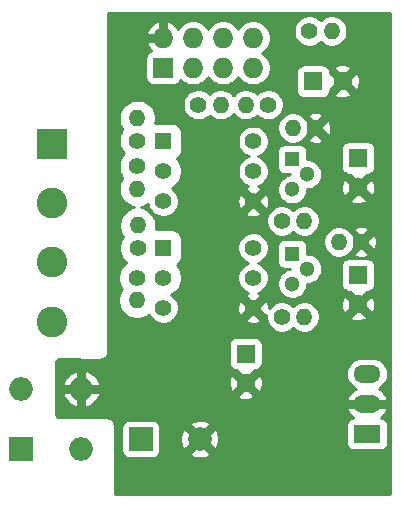
<source format=gbr>
G04 #@! TF.GenerationSoftware,KiCad,Pcbnew,(5.1.5)-3*
G04 #@! TF.CreationDate,2020-04-11T23:24:35-04:00*
G04 #@! TF.ProjectId,Doorbell,446f6f72-6265-46c6-9c2e-6b696361645f,v1*
G04 #@! TF.SameCoordinates,Original*
G04 #@! TF.FileFunction,Copper,L2,Bot*
G04 #@! TF.FilePolarity,Positive*
%FSLAX46Y46*%
G04 Gerber Fmt 4.6, Leading zero omitted, Abs format (unit mm)*
G04 Created by KiCad (PCBNEW (5.1.5)-3) date 2020-04-11 23:24:35*
%MOMM*%
%LPD*%
G04 APERTURE LIST*
%ADD10R,1.300000X1.300000*%
%ADD11C,1.300000*%
%ADD12C,1.600000*%
%ADD13R,1.600000X1.600000*%
%ADD14C,2.000000*%
%ADD15R,2.000000X2.000000*%
%ADD16O,1.400000X1.400000*%
%ADD17C,1.400000*%
%ADD18R,1.400000X1.400000*%
%ADD19O,1.727200X1.727200*%
%ADD20R,1.727200X1.727200*%
%ADD21O,2.300000X1.500000*%
%ADD22R,2.300000X1.500000*%
%ADD23C,2.600000*%
%ADD24R,2.600000X2.600000*%
%ADD25O,2.000000X2.000000*%
%ADD26C,0.254000*%
G04 APERTURE END LIST*
D10*
X157226000Y-76835000D03*
D11*
X157226000Y-79375000D03*
X158496000Y-78105000D03*
D10*
X157226000Y-84836000D03*
D11*
X157226000Y-87376000D03*
X158496000Y-86106000D03*
D12*
X153289000Y-95781500D03*
D13*
X153289000Y-93281500D03*
D14*
X149399000Y-100520500D03*
D15*
X144399000Y-100520500D03*
D16*
X160586500Y-65976500D03*
D17*
X158686500Y-65976500D03*
D12*
X162814000Y-79208000D03*
D13*
X162814000Y-76708000D03*
D16*
X161168000Y-83820000D03*
D17*
X163068000Y-83820000D03*
D16*
X144125000Y-79325000D03*
D17*
X144125000Y-77425000D03*
D16*
X158242000Y-90170000D03*
D17*
X156342000Y-90170000D03*
X153924000Y-84328000D03*
X153924000Y-86868000D03*
X153924000Y-89408000D03*
X146304000Y-89408000D03*
X146304000Y-86868000D03*
D18*
X146304000Y-84328000D03*
D12*
X162814000Y-89114000D03*
D13*
X162814000Y-86614000D03*
D19*
X153924000Y-66548000D03*
X153924000Y-69088000D03*
X151384000Y-66548000D03*
X151384000Y-69088000D03*
X148844000Y-66548000D03*
X148844000Y-69088000D03*
X146304000Y-66548000D03*
D20*
X146304000Y-69088000D03*
D21*
X163576000Y-94996000D03*
X163576000Y-97536000D03*
D22*
X163576000Y-100076000D03*
D17*
X153935000Y-75310000D03*
X153935000Y-77850000D03*
X153935000Y-80390000D03*
X146315000Y-80390000D03*
X146315000Y-77850000D03*
D18*
X146315000Y-75310000D03*
D16*
X153294000Y-72199500D03*
D17*
X155194000Y-72199500D03*
D16*
X151188500Y-72199500D03*
D17*
X149288500Y-72199500D03*
D16*
X157294500Y-74168000D03*
D17*
X159194500Y-74168000D03*
D16*
X158242000Y-82042000D03*
D17*
X156342000Y-82042000D03*
D16*
X144125000Y-73350000D03*
D17*
X144125000Y-75250000D03*
D16*
X144081500Y-88768000D03*
D17*
X144081500Y-86868000D03*
D16*
X144145000Y-82428000D03*
D17*
X144145000Y-84328000D03*
D23*
X136918700Y-90565000D03*
X136918700Y-85565000D03*
X136918700Y-80565000D03*
D24*
X136918700Y-75565000D03*
D15*
X134302500Y-101346000D03*
D25*
X139382500Y-96266000D03*
X139382500Y-101346000D03*
X134302500Y-96266000D03*
D12*
X161504000Y-70231000D03*
D13*
X159004000Y-70231000D03*
D26*
G36*
X165527500Y-105202500D02*
G01*
X142201900Y-105202500D01*
X142201900Y-99520500D01*
X142768967Y-99520500D01*
X142768967Y-101520500D01*
X142781073Y-101643413D01*
X142816925Y-101761603D01*
X142875147Y-101870528D01*
X142953499Y-101966001D01*
X143048972Y-102044353D01*
X143157897Y-102102575D01*
X143276087Y-102138427D01*
X143399000Y-102150533D01*
X145399000Y-102150533D01*
X145521913Y-102138427D01*
X145640103Y-102102575D01*
X145749028Y-102044353D01*
X145844501Y-101966001D01*
X145922853Y-101870528D01*
X145981075Y-101761603D01*
X145990489Y-101730568D01*
X148539657Y-101730568D01*
X148645023Y-101980183D01*
X148944281Y-102099229D01*
X149261013Y-102157606D01*
X149583048Y-102153069D01*
X149898010Y-102085793D01*
X150152977Y-101980183D01*
X150258343Y-101730568D01*
X149399000Y-100871225D01*
X148539657Y-101730568D01*
X145990489Y-101730568D01*
X146016927Y-101643413D01*
X146029033Y-101520500D01*
X146029033Y-100382513D01*
X147761894Y-100382513D01*
X147766431Y-100704548D01*
X147833707Y-101019510D01*
X147939317Y-101274477D01*
X148188932Y-101379843D01*
X149048275Y-100520500D01*
X149749725Y-100520500D01*
X150609068Y-101379843D01*
X150858683Y-101274477D01*
X150977729Y-100975219D01*
X151036106Y-100658487D01*
X151031569Y-100336452D01*
X150964293Y-100021490D01*
X150858683Y-99766523D01*
X150609068Y-99661157D01*
X149749725Y-100520500D01*
X149048275Y-100520500D01*
X148188932Y-99661157D01*
X147939317Y-99766523D01*
X147820271Y-100065781D01*
X147761894Y-100382513D01*
X146029033Y-100382513D01*
X146029033Y-99520500D01*
X146016927Y-99397587D01*
X145990490Y-99310432D01*
X148539657Y-99310432D01*
X149399000Y-100169775D01*
X150242775Y-99326000D01*
X161795967Y-99326000D01*
X161795967Y-100826000D01*
X161808073Y-100948913D01*
X161843925Y-101067103D01*
X161902147Y-101176028D01*
X161980499Y-101271501D01*
X162075972Y-101349853D01*
X162184897Y-101408075D01*
X162303087Y-101443927D01*
X162426000Y-101456033D01*
X164726000Y-101456033D01*
X164848913Y-101443927D01*
X164967103Y-101408075D01*
X165076028Y-101349853D01*
X165171501Y-101271501D01*
X165249853Y-101176028D01*
X165308075Y-101067103D01*
X165343927Y-100948913D01*
X165356033Y-100826000D01*
X165356033Y-99326000D01*
X165343927Y-99203087D01*
X165308075Y-99084897D01*
X165249853Y-98975972D01*
X165171501Y-98880499D01*
X165076028Y-98802147D01*
X164967103Y-98743925D01*
X164848913Y-98708073D01*
X164758582Y-98699176D01*
X164813711Y-98666153D01*
X165018097Y-98481008D01*
X165182435Y-98259547D01*
X165283043Y-97994107D01*
X165176910Y-97784000D01*
X163824000Y-97784000D01*
X163824000Y-97804000D01*
X163328000Y-97804000D01*
X163328000Y-97784000D01*
X161975090Y-97784000D01*
X161868957Y-97994107D01*
X161969565Y-98259547D01*
X162133903Y-98481008D01*
X162338289Y-98666153D01*
X162393418Y-98699176D01*
X162303087Y-98708073D01*
X162184897Y-98743925D01*
X162075972Y-98802147D01*
X161980499Y-98880499D01*
X161902147Y-98975972D01*
X161843925Y-99084897D01*
X161808073Y-99203087D01*
X161795967Y-99326000D01*
X150242775Y-99326000D01*
X150258343Y-99310432D01*
X150152977Y-99060817D01*
X149853719Y-98941771D01*
X149536987Y-98883394D01*
X149214952Y-98887931D01*
X148899990Y-98955207D01*
X148645023Y-99060817D01*
X148539657Y-99310432D01*
X145990490Y-99310432D01*
X145981075Y-99279397D01*
X145922853Y-99170472D01*
X145844501Y-99074999D01*
X145749028Y-98996647D01*
X145640103Y-98938425D01*
X145521913Y-98902573D01*
X145399000Y-98890467D01*
X143399000Y-98890467D01*
X143276087Y-98902573D01*
X143157897Y-98938425D01*
X143048972Y-98996647D01*
X142953499Y-99074999D01*
X142875147Y-99170472D01*
X142816925Y-99279397D01*
X142781073Y-99397587D01*
X142768967Y-99520500D01*
X142201900Y-99520500D01*
X142201900Y-99306000D01*
X142200814Y-99289423D01*
X142183777Y-99160013D01*
X142175196Y-99127989D01*
X142125246Y-99007399D01*
X142108668Y-98978687D01*
X142029208Y-98875134D01*
X142005766Y-98851692D01*
X141902213Y-98772232D01*
X141873501Y-98755654D01*
X141752911Y-98705704D01*
X141720887Y-98697123D01*
X141591477Y-98680086D01*
X141574900Y-98679000D01*
X137604828Y-98679000D01*
X137500243Y-98665231D01*
X137410545Y-98628077D01*
X137333524Y-98568976D01*
X137274423Y-98491955D01*
X137237269Y-98402257D01*
X137223500Y-98297672D01*
X137223500Y-96763759D01*
X137825102Y-96763759D01*
X137952135Y-97058028D01*
X138134136Y-97321860D01*
X138364111Y-97545116D01*
X138633222Y-97719216D01*
X138884742Y-97823390D01*
X139134500Y-97721270D01*
X139134500Y-96514000D01*
X139630500Y-96514000D01*
X139630500Y-97721270D01*
X139880258Y-97823390D01*
X140131778Y-97719216D01*
X140400889Y-97545116D01*
X140630864Y-97321860D01*
X140812865Y-97058028D01*
X140903916Y-96847110D01*
X152574115Y-96847110D01*
X152654713Y-97076444D01*
X152919532Y-97175305D01*
X153198549Y-97220603D01*
X153481042Y-97210597D01*
X153756155Y-97145672D01*
X153923287Y-97076444D01*
X154003885Y-96847110D01*
X153289000Y-96132225D01*
X152574115Y-96847110D01*
X140903916Y-96847110D01*
X140939898Y-96763759D01*
X140839841Y-96514000D01*
X139630500Y-96514000D01*
X139134500Y-96514000D01*
X137925159Y-96514000D01*
X137825102Y-96763759D01*
X137223500Y-96763759D01*
X137223500Y-95768241D01*
X137825102Y-95768241D01*
X137925159Y-96018000D01*
X139134500Y-96018000D01*
X139134500Y-94810730D01*
X139630500Y-94810730D01*
X139630500Y-96018000D01*
X140839841Y-96018000D01*
X140939898Y-95768241D01*
X140906575Y-95691049D01*
X151849897Y-95691049D01*
X151859903Y-95973542D01*
X151924828Y-96248655D01*
X151994056Y-96415787D01*
X152223390Y-96496385D01*
X152938275Y-95781500D01*
X153639725Y-95781500D01*
X154354610Y-96496385D01*
X154583944Y-96415787D01*
X154682805Y-96150968D01*
X154728103Y-95871951D01*
X154718097Y-95589458D01*
X154653172Y-95314345D01*
X154583944Y-95147213D01*
X154354610Y-95066615D01*
X153639725Y-95781500D01*
X152938275Y-95781500D01*
X152223390Y-95066615D01*
X151994056Y-95147213D01*
X151895195Y-95412032D01*
X151849897Y-95691049D01*
X140906575Y-95691049D01*
X140812865Y-95473972D01*
X140630864Y-95210140D01*
X140400889Y-94986884D01*
X140131778Y-94812784D01*
X139880258Y-94708610D01*
X139630500Y-94810730D01*
X139134500Y-94810730D01*
X138884742Y-94708610D01*
X138633222Y-94812784D01*
X138364111Y-94986884D01*
X138134136Y-95210140D01*
X137952135Y-95473972D01*
X137825102Y-95768241D01*
X137223500Y-95768241D01*
X137223500Y-94142712D01*
X137237394Y-94037662D01*
X137274876Y-93947630D01*
X137334474Y-93870439D01*
X137412095Y-93811392D01*
X137502392Y-93774557D01*
X137607536Y-93761417D01*
X141021399Y-93785889D01*
X141038053Y-93784912D01*
X141168116Y-93768663D01*
X141200325Y-93760242D01*
X141321697Y-93710750D01*
X141350612Y-93694246D01*
X141454950Y-93614912D01*
X141478582Y-93591462D01*
X141558718Y-93487737D01*
X141575444Y-93458950D01*
X141625869Y-93337963D01*
X141634538Y-93305819D01*
X141651788Y-93175885D01*
X141652893Y-93159239D01*
X141653253Y-92481500D01*
X151858967Y-92481500D01*
X151858967Y-94081500D01*
X151871073Y-94204413D01*
X151906925Y-94322603D01*
X151965147Y-94431528D01*
X152043499Y-94527001D01*
X152138972Y-94605353D01*
X152247897Y-94663575D01*
X152366087Y-94699427D01*
X152489000Y-94711533D01*
X152575646Y-94711533D01*
X152574115Y-94715890D01*
X153289000Y-95430775D01*
X153723775Y-94996000D01*
X161792338Y-94996000D01*
X161818925Y-95265939D01*
X161897663Y-95525505D01*
X162025527Y-95764721D01*
X162197603Y-95974397D01*
X162407279Y-96146473D01*
X162606349Y-96252878D01*
X162574867Y-96264133D01*
X162338289Y-96405847D01*
X162133903Y-96590992D01*
X161969565Y-96812453D01*
X161868957Y-97077893D01*
X161975090Y-97288000D01*
X163328000Y-97288000D01*
X163328000Y-97268000D01*
X163824000Y-97268000D01*
X163824000Y-97288000D01*
X165176910Y-97288000D01*
X165283043Y-97077893D01*
X165182435Y-96812453D01*
X165018097Y-96590992D01*
X164813711Y-96405847D01*
X164577133Y-96264133D01*
X164545651Y-96252878D01*
X164744721Y-96146473D01*
X164954397Y-95974397D01*
X165126473Y-95764721D01*
X165254337Y-95525505D01*
X165333075Y-95265939D01*
X165359662Y-94996000D01*
X165333075Y-94726061D01*
X165254337Y-94466495D01*
X165126473Y-94227279D01*
X164954397Y-94017603D01*
X164744721Y-93845527D01*
X164505505Y-93717663D01*
X164245939Y-93638925D01*
X164043640Y-93619000D01*
X163108360Y-93619000D01*
X162906061Y-93638925D01*
X162646495Y-93717663D01*
X162407279Y-93845527D01*
X162197603Y-94017603D01*
X162025527Y-94227279D01*
X161897663Y-94466495D01*
X161818925Y-94726061D01*
X161792338Y-94996000D01*
X153723775Y-94996000D01*
X154003885Y-94715890D01*
X154002354Y-94711533D01*
X154089000Y-94711533D01*
X154211913Y-94699427D01*
X154330103Y-94663575D01*
X154439028Y-94605353D01*
X154534501Y-94527001D01*
X154612853Y-94431528D01*
X154671075Y-94322603D01*
X154706927Y-94204413D01*
X154719033Y-94081500D01*
X154719033Y-92481500D01*
X154706927Y-92358587D01*
X154671075Y-92240397D01*
X154612853Y-92131472D01*
X154534501Y-92035999D01*
X154439028Y-91957647D01*
X154330103Y-91899425D01*
X154211913Y-91863573D01*
X154089000Y-91851467D01*
X152489000Y-91851467D01*
X152366087Y-91863573D01*
X152247897Y-91899425D01*
X152138972Y-91957647D01*
X152043499Y-92035999D01*
X151965147Y-92131472D01*
X151906925Y-92240397D01*
X151871073Y-92358587D01*
X151858967Y-92481500D01*
X141653253Y-92481500D01*
X141656321Y-86712679D01*
X142504500Y-86712679D01*
X142504500Y-87023321D01*
X142565104Y-87327994D01*
X142683981Y-87614989D01*
X142819628Y-87818000D01*
X142683981Y-88021011D01*
X142565104Y-88308006D01*
X142504500Y-88612679D01*
X142504500Y-88923321D01*
X142565104Y-89227994D01*
X142683981Y-89514989D01*
X142856564Y-89773279D01*
X143076221Y-89992936D01*
X143334511Y-90165519D01*
X143621506Y-90284396D01*
X143926179Y-90345000D01*
X144236821Y-90345000D01*
X144541494Y-90284396D01*
X144828489Y-90165519D01*
X145086779Y-89992936D01*
X145103166Y-89976549D01*
X145128028Y-90036570D01*
X145273252Y-90253913D01*
X145458087Y-90438748D01*
X145675430Y-90583972D01*
X145916928Y-90684004D01*
X146173302Y-90735000D01*
X146434698Y-90735000D01*
X146691072Y-90684004D01*
X146932570Y-90583972D01*
X147149913Y-90438748D01*
X147187590Y-90401071D01*
X153281654Y-90401071D01*
X153349739Y-90620326D01*
X153597286Y-90709064D01*
X153857389Y-90747803D01*
X154120052Y-90735055D01*
X154375180Y-90671308D01*
X154498261Y-90620326D01*
X154566346Y-90401071D01*
X153924000Y-89758725D01*
X153281654Y-90401071D01*
X147187590Y-90401071D01*
X147334748Y-90253913D01*
X147479972Y-90036570D01*
X147580004Y-89795072D01*
X147631000Y-89538698D01*
X147631000Y-89341389D01*
X152584197Y-89341389D01*
X152596945Y-89604052D01*
X152660692Y-89859180D01*
X152711674Y-89982261D01*
X152930929Y-90050346D01*
X153573275Y-89408000D01*
X154274725Y-89408000D01*
X154917071Y-90050346D01*
X155019106Y-90018661D01*
X155015000Y-90039302D01*
X155015000Y-90300698D01*
X155065996Y-90557072D01*
X155166028Y-90798570D01*
X155311252Y-91015913D01*
X155496087Y-91200748D01*
X155713430Y-91345972D01*
X155954928Y-91446004D01*
X156211302Y-91497000D01*
X156472698Y-91497000D01*
X156729072Y-91446004D01*
X156970570Y-91345972D01*
X157187913Y-91200748D01*
X157292000Y-91096661D01*
X157396087Y-91200748D01*
X157613430Y-91345972D01*
X157854928Y-91446004D01*
X158111302Y-91497000D01*
X158372698Y-91497000D01*
X158629072Y-91446004D01*
X158870570Y-91345972D01*
X159087913Y-91200748D01*
X159272748Y-91015913D01*
X159417972Y-90798570D01*
X159518004Y-90557072D01*
X159569000Y-90300698D01*
X159569000Y-90179610D01*
X162099115Y-90179610D01*
X162179713Y-90408944D01*
X162444532Y-90507805D01*
X162723549Y-90553103D01*
X163006042Y-90543097D01*
X163281155Y-90478172D01*
X163448287Y-90408944D01*
X163528885Y-90179610D01*
X162814000Y-89464725D01*
X162099115Y-90179610D01*
X159569000Y-90179610D01*
X159569000Y-90039302D01*
X159518004Y-89782928D01*
X159417972Y-89541430D01*
X159272748Y-89324087D01*
X159087913Y-89139252D01*
X158914752Y-89023549D01*
X161374897Y-89023549D01*
X161384903Y-89306042D01*
X161449828Y-89581155D01*
X161519056Y-89748287D01*
X161748390Y-89828885D01*
X162463275Y-89114000D01*
X163164725Y-89114000D01*
X163879610Y-89828885D01*
X164108944Y-89748287D01*
X164207805Y-89483468D01*
X164253103Y-89204451D01*
X164243097Y-88921958D01*
X164178172Y-88646845D01*
X164108944Y-88479713D01*
X163879610Y-88399115D01*
X163164725Y-89114000D01*
X162463275Y-89114000D01*
X161748390Y-88399115D01*
X161519056Y-88479713D01*
X161420195Y-88744532D01*
X161374897Y-89023549D01*
X158914752Y-89023549D01*
X158870570Y-88994028D01*
X158629072Y-88893996D01*
X158372698Y-88843000D01*
X158111302Y-88843000D01*
X157854928Y-88893996D01*
X157613430Y-88994028D01*
X157396087Y-89139252D01*
X157292000Y-89243339D01*
X157187913Y-89139252D01*
X156970570Y-88994028D01*
X156729072Y-88893996D01*
X156472698Y-88843000D01*
X156211302Y-88843000D01*
X155954928Y-88893996D01*
X155713430Y-88994028D01*
X155496087Y-89139252D01*
X155311252Y-89324087D01*
X155260205Y-89400484D01*
X155251055Y-89211948D01*
X155187308Y-88956820D01*
X155136326Y-88833739D01*
X154917071Y-88765654D01*
X154274725Y-89408000D01*
X153573275Y-89408000D01*
X152930929Y-88765654D01*
X152711674Y-88833739D01*
X152622936Y-89081286D01*
X152584197Y-89341389D01*
X147631000Y-89341389D01*
X147631000Y-89277302D01*
X147580004Y-89020928D01*
X147479972Y-88779430D01*
X147334748Y-88562087D01*
X147149913Y-88377252D01*
X147008829Y-88282982D01*
X147050989Y-88265519D01*
X147309279Y-88092936D01*
X147528936Y-87873279D01*
X147701519Y-87614989D01*
X147820396Y-87327994D01*
X147881000Y-87023321D01*
X147881000Y-86712679D01*
X147820396Y-86408006D01*
X147701519Y-86121011D01*
X147528936Y-85862721D01*
X147450158Y-85783943D01*
X147493592Y-85760727D01*
X147627133Y-85651133D01*
X147736727Y-85517592D01*
X147818162Y-85365237D01*
X147868310Y-85199922D01*
X147885243Y-85028000D01*
X147885243Y-84197302D01*
X152597000Y-84197302D01*
X152597000Y-84458698D01*
X152647996Y-84715072D01*
X152748028Y-84956570D01*
X152893252Y-85173913D01*
X153078087Y-85358748D01*
X153295430Y-85503972D01*
X153522433Y-85598000D01*
X153295430Y-85692028D01*
X153078087Y-85837252D01*
X152893252Y-86022087D01*
X152748028Y-86239430D01*
X152647996Y-86480928D01*
X152597000Y-86737302D01*
X152597000Y-86998698D01*
X152647996Y-87255072D01*
X152748028Y-87496570D01*
X152893252Y-87713913D01*
X153078087Y-87898748D01*
X153295430Y-88043972D01*
X153513843Y-88134442D01*
X153472820Y-88144692D01*
X153349739Y-88195674D01*
X153281654Y-88414929D01*
X153924000Y-89057275D01*
X154566346Y-88414929D01*
X154498261Y-88195674D01*
X154331043Y-88135732D01*
X154552570Y-88043972D01*
X154769913Y-87898748D01*
X154954748Y-87713913D01*
X155099972Y-87496570D01*
X155200004Y-87255072D01*
X155251000Y-86998698D01*
X155251000Y-86737302D01*
X155200004Y-86480928D01*
X155099972Y-86239430D01*
X154954748Y-86022087D01*
X154769913Y-85837252D01*
X154552570Y-85692028D01*
X154325567Y-85598000D01*
X154552570Y-85503972D01*
X154769913Y-85358748D01*
X154954748Y-85173913D01*
X155099972Y-84956570D01*
X155200004Y-84715072D01*
X155251000Y-84458698D01*
X155251000Y-84197302D01*
X155248752Y-84186000D01*
X155945967Y-84186000D01*
X155945967Y-85486000D01*
X155958073Y-85608913D01*
X155993925Y-85727103D01*
X156052147Y-85836028D01*
X156130499Y-85931501D01*
X156225972Y-86009853D01*
X156334897Y-86068075D01*
X156453087Y-86103927D01*
X156576000Y-86116033D01*
X157014595Y-86116033D01*
X156853513Y-86148074D01*
X156621114Y-86244337D01*
X156411960Y-86384089D01*
X156234089Y-86561960D01*
X156094337Y-86771114D01*
X155998074Y-87003513D01*
X155949000Y-87250226D01*
X155949000Y-87501774D01*
X155998074Y-87748487D01*
X156094337Y-87980886D01*
X156234089Y-88190040D01*
X156411960Y-88367911D01*
X156621114Y-88507663D01*
X156853513Y-88603926D01*
X157100226Y-88653000D01*
X157351774Y-88653000D01*
X157598487Y-88603926D01*
X157830886Y-88507663D01*
X158040040Y-88367911D01*
X158217911Y-88190040D01*
X158357663Y-87980886D01*
X158453926Y-87748487D01*
X158503000Y-87501774D01*
X158503000Y-87383000D01*
X158621774Y-87383000D01*
X158868487Y-87333926D01*
X159100886Y-87237663D01*
X159310040Y-87097911D01*
X159487911Y-86920040D01*
X159627663Y-86710886D01*
X159723926Y-86478487D01*
X159773000Y-86231774D01*
X159773000Y-85980226D01*
X159739936Y-85814000D01*
X161383967Y-85814000D01*
X161383967Y-87414000D01*
X161396073Y-87536913D01*
X161431925Y-87655103D01*
X161490147Y-87764028D01*
X161568499Y-87859501D01*
X161663972Y-87937853D01*
X161772897Y-87996075D01*
X161891087Y-88031927D01*
X162014000Y-88044033D01*
X162100646Y-88044033D01*
X162099115Y-88048390D01*
X162814000Y-88763275D01*
X163528885Y-88048390D01*
X163527354Y-88044033D01*
X163614000Y-88044033D01*
X163736913Y-88031927D01*
X163855103Y-87996075D01*
X163964028Y-87937853D01*
X164059501Y-87859501D01*
X164137853Y-87764028D01*
X164196075Y-87655103D01*
X164231927Y-87536913D01*
X164244033Y-87414000D01*
X164244033Y-85814000D01*
X164231927Y-85691087D01*
X164196075Y-85572897D01*
X164137853Y-85463972D01*
X164059501Y-85368499D01*
X163964028Y-85290147D01*
X163855103Y-85231925D01*
X163736913Y-85196073D01*
X163614000Y-85183967D01*
X162014000Y-85183967D01*
X161891087Y-85196073D01*
X161772897Y-85231925D01*
X161663972Y-85290147D01*
X161568499Y-85368499D01*
X161490147Y-85463972D01*
X161431925Y-85572897D01*
X161396073Y-85691087D01*
X161383967Y-85814000D01*
X159739936Y-85814000D01*
X159723926Y-85733513D01*
X159627663Y-85501114D01*
X159487911Y-85291960D01*
X159310040Y-85114089D01*
X159100886Y-84974337D01*
X158868487Y-84878074D01*
X158621774Y-84829000D01*
X158506033Y-84829000D01*
X158506033Y-84186000D01*
X158493927Y-84063087D01*
X158458075Y-83944897D01*
X158399853Y-83835972D01*
X158321501Y-83740499D01*
X158259117Y-83689302D01*
X159841000Y-83689302D01*
X159841000Y-83950698D01*
X159891996Y-84207072D01*
X159992028Y-84448570D01*
X160137252Y-84665913D01*
X160322087Y-84850748D01*
X160539430Y-84995972D01*
X160780928Y-85096004D01*
X161037302Y-85147000D01*
X161298698Y-85147000D01*
X161555072Y-85096004D01*
X161796570Y-84995972D01*
X162013913Y-84850748D01*
X162051590Y-84813071D01*
X162425654Y-84813071D01*
X162493739Y-85032326D01*
X162741286Y-85121064D01*
X163001389Y-85159803D01*
X163264052Y-85147055D01*
X163519180Y-85083308D01*
X163642261Y-85032326D01*
X163710346Y-84813071D01*
X163068000Y-84170725D01*
X162425654Y-84813071D01*
X162051590Y-84813071D01*
X162198748Y-84665913D01*
X162343972Y-84448570D01*
X162444004Y-84207072D01*
X162472261Y-84065014D01*
X162717275Y-83820000D01*
X163418725Y-83820000D01*
X164061071Y-84462346D01*
X164280326Y-84394261D01*
X164369064Y-84146714D01*
X164407803Y-83886611D01*
X164395055Y-83623948D01*
X164331308Y-83368820D01*
X164280326Y-83245739D01*
X164061071Y-83177654D01*
X163418725Y-83820000D01*
X162717275Y-83820000D01*
X162472261Y-83574986D01*
X162444004Y-83432928D01*
X162343972Y-83191430D01*
X162198748Y-82974087D01*
X162051590Y-82826929D01*
X162425654Y-82826929D01*
X163068000Y-83469275D01*
X163710346Y-82826929D01*
X163642261Y-82607674D01*
X163394714Y-82518936D01*
X163134611Y-82480197D01*
X162871948Y-82492945D01*
X162616820Y-82556692D01*
X162493739Y-82607674D01*
X162425654Y-82826929D01*
X162051590Y-82826929D01*
X162013913Y-82789252D01*
X161796570Y-82644028D01*
X161555072Y-82543996D01*
X161298698Y-82493000D01*
X161037302Y-82493000D01*
X160780928Y-82543996D01*
X160539430Y-82644028D01*
X160322087Y-82789252D01*
X160137252Y-82974087D01*
X159992028Y-83191430D01*
X159891996Y-83432928D01*
X159841000Y-83689302D01*
X158259117Y-83689302D01*
X158226028Y-83662147D01*
X158117103Y-83603925D01*
X157998913Y-83568073D01*
X157876000Y-83555967D01*
X156576000Y-83555967D01*
X156453087Y-83568073D01*
X156334897Y-83603925D01*
X156225972Y-83662147D01*
X156130499Y-83740499D01*
X156052147Y-83835972D01*
X155993925Y-83944897D01*
X155958073Y-84063087D01*
X155945967Y-84186000D01*
X155248752Y-84186000D01*
X155200004Y-83940928D01*
X155099972Y-83699430D01*
X154954748Y-83482087D01*
X154769913Y-83297252D01*
X154552570Y-83152028D01*
X154311072Y-83051996D01*
X154054698Y-83001000D01*
X153793302Y-83001000D01*
X153536928Y-83051996D01*
X153295430Y-83152028D01*
X153078087Y-83297252D01*
X152893252Y-83482087D01*
X152748028Y-83699430D01*
X152647996Y-83940928D01*
X152597000Y-84197302D01*
X147885243Y-84197302D01*
X147885243Y-83628000D01*
X147868310Y-83456078D01*
X147818162Y-83290763D01*
X147736727Y-83138408D01*
X147627133Y-83004867D01*
X147493592Y-82895273D01*
X147341237Y-82813838D01*
X147175922Y-82763690D01*
X147004000Y-82746757D01*
X145689490Y-82746757D01*
X145722000Y-82583321D01*
X145722000Y-82272679D01*
X145661396Y-81968006D01*
X145637909Y-81911302D01*
X155015000Y-81911302D01*
X155015000Y-82172698D01*
X155065996Y-82429072D01*
X155166028Y-82670570D01*
X155311252Y-82887913D01*
X155496087Y-83072748D01*
X155713430Y-83217972D01*
X155954928Y-83318004D01*
X156211302Y-83369000D01*
X156472698Y-83369000D01*
X156729072Y-83318004D01*
X156970570Y-83217972D01*
X157187913Y-83072748D01*
X157292000Y-82968661D01*
X157396087Y-83072748D01*
X157613430Y-83217972D01*
X157854928Y-83318004D01*
X158111302Y-83369000D01*
X158372698Y-83369000D01*
X158629072Y-83318004D01*
X158870570Y-83217972D01*
X159087913Y-83072748D01*
X159272748Y-82887913D01*
X159417972Y-82670570D01*
X159518004Y-82429072D01*
X159569000Y-82172698D01*
X159569000Y-81911302D01*
X159518004Y-81654928D01*
X159417972Y-81413430D01*
X159272748Y-81196087D01*
X159087913Y-81011252D01*
X158870570Y-80866028D01*
X158629072Y-80765996D01*
X158372698Y-80715000D01*
X158111302Y-80715000D01*
X157854928Y-80765996D01*
X157613430Y-80866028D01*
X157396087Y-81011252D01*
X157292000Y-81115339D01*
X157187913Y-81011252D01*
X156970570Y-80866028D01*
X156729072Y-80765996D01*
X156472698Y-80715000D01*
X156211302Y-80715000D01*
X155954928Y-80765996D01*
X155713430Y-80866028D01*
X155496087Y-81011252D01*
X155311252Y-81196087D01*
X155166028Y-81413430D01*
X155065996Y-81654928D01*
X155015000Y-81911302D01*
X145637909Y-81911302D01*
X145542519Y-81681011D01*
X145369936Y-81422721D01*
X145150279Y-81203064D01*
X144891989Y-81030481D01*
X144604994Y-80911604D01*
X144418517Y-80874511D01*
X144584994Y-80841396D01*
X144871989Y-80722519D01*
X145009825Y-80630420D01*
X145038996Y-80777072D01*
X145139028Y-81018570D01*
X145284252Y-81235913D01*
X145469087Y-81420748D01*
X145686430Y-81565972D01*
X145927928Y-81666004D01*
X146184302Y-81717000D01*
X146445698Y-81717000D01*
X146702072Y-81666004D01*
X146943570Y-81565972D01*
X147160913Y-81420748D01*
X147198590Y-81383071D01*
X153292654Y-81383071D01*
X153360739Y-81602326D01*
X153608286Y-81691064D01*
X153868389Y-81729803D01*
X154131052Y-81717055D01*
X154386180Y-81653308D01*
X154509261Y-81602326D01*
X154577346Y-81383071D01*
X153935000Y-80740725D01*
X153292654Y-81383071D01*
X147198590Y-81383071D01*
X147345748Y-81235913D01*
X147490972Y-81018570D01*
X147591004Y-80777072D01*
X147642000Y-80520698D01*
X147642000Y-80323389D01*
X152595197Y-80323389D01*
X152607945Y-80586052D01*
X152671692Y-80841180D01*
X152722674Y-80964261D01*
X152941929Y-81032346D01*
X153584275Y-80390000D01*
X154285725Y-80390000D01*
X154928071Y-81032346D01*
X155147326Y-80964261D01*
X155236064Y-80716714D01*
X155274803Y-80456611D01*
X155262055Y-80193948D01*
X155198308Y-79938820D01*
X155147326Y-79815739D01*
X154928071Y-79747654D01*
X154285725Y-80390000D01*
X153584275Y-80390000D01*
X152941929Y-79747654D01*
X152722674Y-79815739D01*
X152633936Y-80063286D01*
X152595197Y-80323389D01*
X147642000Y-80323389D01*
X147642000Y-80259302D01*
X147591004Y-80002928D01*
X147490972Y-79761430D01*
X147345748Y-79544087D01*
X147160913Y-79359252D01*
X147019829Y-79264982D01*
X147061989Y-79247519D01*
X147320279Y-79074936D01*
X147539936Y-78855279D01*
X147712519Y-78596989D01*
X147831396Y-78309994D01*
X147892000Y-78005321D01*
X147892000Y-77694679D01*
X147831396Y-77390006D01*
X147712519Y-77103011D01*
X147539936Y-76844721D01*
X147461158Y-76765943D01*
X147504592Y-76742727D01*
X147638133Y-76633133D01*
X147747727Y-76499592D01*
X147829162Y-76347237D01*
X147879310Y-76181922D01*
X147896243Y-76010000D01*
X147896243Y-75179302D01*
X152608000Y-75179302D01*
X152608000Y-75440698D01*
X152658996Y-75697072D01*
X152759028Y-75938570D01*
X152904252Y-76155913D01*
X153089087Y-76340748D01*
X153306430Y-76485972D01*
X153533433Y-76580000D01*
X153306430Y-76674028D01*
X153089087Y-76819252D01*
X152904252Y-77004087D01*
X152759028Y-77221430D01*
X152658996Y-77462928D01*
X152608000Y-77719302D01*
X152608000Y-77980698D01*
X152658996Y-78237072D01*
X152759028Y-78478570D01*
X152904252Y-78695913D01*
X153089087Y-78880748D01*
X153306430Y-79025972D01*
X153524843Y-79116442D01*
X153483820Y-79126692D01*
X153360739Y-79177674D01*
X153292654Y-79396929D01*
X153935000Y-80039275D01*
X154577346Y-79396929D01*
X154509261Y-79177674D01*
X154342043Y-79117732D01*
X154563570Y-79025972D01*
X154780913Y-78880748D01*
X154965748Y-78695913D01*
X155110972Y-78478570D01*
X155211004Y-78237072D01*
X155262000Y-77980698D01*
X155262000Y-77719302D01*
X155211004Y-77462928D01*
X155110972Y-77221430D01*
X154965748Y-77004087D01*
X154780913Y-76819252D01*
X154563570Y-76674028D01*
X154336567Y-76580000D01*
X154563570Y-76485972D01*
X154780913Y-76340748D01*
X154936661Y-76185000D01*
X155945967Y-76185000D01*
X155945967Y-77485000D01*
X155958073Y-77607913D01*
X155993925Y-77726103D01*
X156052147Y-77835028D01*
X156130499Y-77930501D01*
X156225972Y-78008853D01*
X156334897Y-78067075D01*
X156453087Y-78102927D01*
X156576000Y-78115033D01*
X157014595Y-78115033D01*
X156853513Y-78147074D01*
X156621114Y-78243337D01*
X156411960Y-78383089D01*
X156234089Y-78560960D01*
X156094337Y-78770114D01*
X155998074Y-79002513D01*
X155949000Y-79249226D01*
X155949000Y-79500774D01*
X155998074Y-79747487D01*
X156094337Y-79979886D01*
X156234089Y-80189040D01*
X156411960Y-80366911D01*
X156621114Y-80506663D01*
X156853513Y-80602926D01*
X157100226Y-80652000D01*
X157351774Y-80652000D01*
X157598487Y-80602926D01*
X157830886Y-80506663D01*
X158040040Y-80366911D01*
X158133341Y-80273610D01*
X162099115Y-80273610D01*
X162179713Y-80502944D01*
X162444532Y-80601805D01*
X162723549Y-80647103D01*
X163006042Y-80637097D01*
X163281155Y-80572172D01*
X163448287Y-80502944D01*
X163528885Y-80273610D01*
X162814000Y-79558725D01*
X162099115Y-80273610D01*
X158133341Y-80273610D01*
X158217911Y-80189040D01*
X158357663Y-79979886D01*
X158453926Y-79747487D01*
X158503000Y-79500774D01*
X158503000Y-79382000D01*
X158621774Y-79382000D01*
X158868487Y-79332926D01*
X159100886Y-79236663D01*
X159279152Y-79117549D01*
X161374897Y-79117549D01*
X161384903Y-79400042D01*
X161449828Y-79675155D01*
X161519056Y-79842287D01*
X161748390Y-79922885D01*
X162463275Y-79208000D01*
X163164725Y-79208000D01*
X163879610Y-79922885D01*
X164108944Y-79842287D01*
X164207805Y-79577468D01*
X164253103Y-79298451D01*
X164243097Y-79015958D01*
X164178172Y-78740845D01*
X164108944Y-78573713D01*
X163879610Y-78493115D01*
X163164725Y-79208000D01*
X162463275Y-79208000D01*
X161748390Y-78493115D01*
X161519056Y-78573713D01*
X161420195Y-78838532D01*
X161374897Y-79117549D01*
X159279152Y-79117549D01*
X159310040Y-79096911D01*
X159487911Y-78919040D01*
X159627663Y-78709886D01*
X159723926Y-78477487D01*
X159773000Y-78230774D01*
X159773000Y-77979226D01*
X159723926Y-77732513D01*
X159627663Y-77500114D01*
X159487911Y-77290960D01*
X159310040Y-77113089D01*
X159100886Y-76973337D01*
X158868487Y-76877074D01*
X158621774Y-76828000D01*
X158506033Y-76828000D01*
X158506033Y-76185000D01*
X158493927Y-76062087D01*
X158458075Y-75943897D01*
X158438888Y-75908000D01*
X161383967Y-75908000D01*
X161383967Y-77508000D01*
X161396073Y-77630913D01*
X161431925Y-77749103D01*
X161490147Y-77858028D01*
X161568499Y-77953501D01*
X161663972Y-78031853D01*
X161772897Y-78090075D01*
X161891087Y-78125927D01*
X162014000Y-78138033D01*
X162100646Y-78138033D01*
X162099115Y-78142390D01*
X162814000Y-78857275D01*
X163528885Y-78142390D01*
X163527354Y-78138033D01*
X163614000Y-78138033D01*
X163736913Y-78125927D01*
X163855103Y-78090075D01*
X163964028Y-78031853D01*
X164059501Y-77953501D01*
X164137853Y-77858028D01*
X164196075Y-77749103D01*
X164231927Y-77630913D01*
X164244033Y-77508000D01*
X164244033Y-75908000D01*
X164231927Y-75785087D01*
X164196075Y-75666897D01*
X164137853Y-75557972D01*
X164059501Y-75462499D01*
X163964028Y-75384147D01*
X163855103Y-75325925D01*
X163736913Y-75290073D01*
X163614000Y-75277967D01*
X162014000Y-75277967D01*
X161891087Y-75290073D01*
X161772897Y-75325925D01*
X161663972Y-75384147D01*
X161568499Y-75462499D01*
X161490147Y-75557972D01*
X161431925Y-75666897D01*
X161396073Y-75785087D01*
X161383967Y-75908000D01*
X158438888Y-75908000D01*
X158399853Y-75834972D01*
X158321501Y-75739499D01*
X158226028Y-75661147D01*
X158117103Y-75602925D01*
X157998913Y-75567073D01*
X157876000Y-75554967D01*
X156576000Y-75554967D01*
X156453087Y-75567073D01*
X156334897Y-75602925D01*
X156225972Y-75661147D01*
X156130499Y-75739499D01*
X156052147Y-75834972D01*
X155993925Y-75943897D01*
X155958073Y-76062087D01*
X155945967Y-76185000D01*
X154936661Y-76185000D01*
X154965748Y-76155913D01*
X155110972Y-75938570D01*
X155211004Y-75697072D01*
X155262000Y-75440698D01*
X155262000Y-75179302D01*
X155211004Y-74922928D01*
X155110972Y-74681430D01*
X154965748Y-74464087D01*
X154780913Y-74279252D01*
X154563570Y-74134028D01*
X154330054Y-74037302D01*
X155967500Y-74037302D01*
X155967500Y-74298698D01*
X156018496Y-74555072D01*
X156118528Y-74796570D01*
X156263752Y-75013913D01*
X156448587Y-75198748D01*
X156665930Y-75343972D01*
X156907428Y-75444004D01*
X157163802Y-75495000D01*
X157425198Y-75495000D01*
X157681572Y-75444004D01*
X157923070Y-75343972D01*
X158140413Y-75198748D01*
X158178090Y-75161071D01*
X158552154Y-75161071D01*
X158620239Y-75380326D01*
X158867786Y-75469064D01*
X159127889Y-75507803D01*
X159390552Y-75495055D01*
X159645680Y-75431308D01*
X159768761Y-75380326D01*
X159836846Y-75161071D01*
X159194500Y-74518725D01*
X158552154Y-75161071D01*
X158178090Y-75161071D01*
X158325248Y-75013913D01*
X158470472Y-74796570D01*
X158570504Y-74555072D01*
X158598761Y-74413014D01*
X158843775Y-74168000D01*
X159545225Y-74168000D01*
X160187571Y-74810346D01*
X160406826Y-74742261D01*
X160495564Y-74494714D01*
X160534303Y-74234611D01*
X160521555Y-73971948D01*
X160457808Y-73716820D01*
X160406826Y-73593739D01*
X160187571Y-73525654D01*
X159545225Y-74168000D01*
X158843775Y-74168000D01*
X158598761Y-73922986D01*
X158570504Y-73780928D01*
X158470472Y-73539430D01*
X158325248Y-73322087D01*
X158178090Y-73174929D01*
X158552154Y-73174929D01*
X159194500Y-73817275D01*
X159836846Y-73174929D01*
X159768761Y-72955674D01*
X159521214Y-72866936D01*
X159261111Y-72828197D01*
X158998448Y-72840945D01*
X158743320Y-72904692D01*
X158620239Y-72955674D01*
X158552154Y-73174929D01*
X158178090Y-73174929D01*
X158140413Y-73137252D01*
X157923070Y-72992028D01*
X157681572Y-72891996D01*
X157425198Y-72841000D01*
X157163802Y-72841000D01*
X156907428Y-72891996D01*
X156665930Y-72992028D01*
X156448587Y-73137252D01*
X156263752Y-73322087D01*
X156118528Y-73539430D01*
X156018496Y-73780928D01*
X155967500Y-74037302D01*
X154330054Y-74037302D01*
X154322072Y-74033996D01*
X154065698Y-73983000D01*
X153804302Y-73983000D01*
X153547928Y-74033996D01*
X153306430Y-74134028D01*
X153089087Y-74279252D01*
X152904252Y-74464087D01*
X152759028Y-74681430D01*
X152658996Y-74922928D01*
X152608000Y-75179302D01*
X147896243Y-75179302D01*
X147896243Y-74610000D01*
X147879310Y-74438078D01*
X147829162Y-74272763D01*
X147747727Y-74120408D01*
X147638133Y-73986867D01*
X147504592Y-73877273D01*
X147352237Y-73795838D01*
X147186922Y-73745690D01*
X147015000Y-73728757D01*
X145657555Y-73728757D01*
X145702000Y-73505321D01*
X145702000Y-73194679D01*
X145641396Y-72890006D01*
X145522519Y-72603011D01*
X145349936Y-72344721D01*
X145130279Y-72125064D01*
X145046077Y-72068802D01*
X147961500Y-72068802D01*
X147961500Y-72330198D01*
X148012496Y-72586572D01*
X148112528Y-72828070D01*
X148257752Y-73045413D01*
X148442587Y-73230248D01*
X148659930Y-73375472D01*
X148901428Y-73475504D01*
X149157802Y-73526500D01*
X149419198Y-73526500D01*
X149675572Y-73475504D01*
X149917070Y-73375472D01*
X150134413Y-73230248D01*
X150238500Y-73126161D01*
X150342587Y-73230248D01*
X150559930Y-73375472D01*
X150801428Y-73475504D01*
X151057802Y-73526500D01*
X151319198Y-73526500D01*
X151575572Y-73475504D01*
X151817070Y-73375472D01*
X152034413Y-73230248D01*
X152219248Y-73045413D01*
X152241250Y-73012485D01*
X152263252Y-73045413D01*
X152448087Y-73230248D01*
X152665430Y-73375472D01*
X152906928Y-73475504D01*
X153163302Y-73526500D01*
X153424698Y-73526500D01*
X153681072Y-73475504D01*
X153922570Y-73375472D01*
X154139913Y-73230248D01*
X154244000Y-73126161D01*
X154348087Y-73230248D01*
X154565430Y-73375472D01*
X154806928Y-73475504D01*
X155063302Y-73526500D01*
X155324698Y-73526500D01*
X155581072Y-73475504D01*
X155822570Y-73375472D01*
X156039913Y-73230248D01*
X156224748Y-73045413D01*
X156369972Y-72828070D01*
X156470004Y-72586572D01*
X156521000Y-72330198D01*
X156521000Y-72068802D01*
X156470004Y-71812428D01*
X156369972Y-71570930D01*
X156224748Y-71353587D01*
X156039913Y-71168752D01*
X155822570Y-71023528D01*
X155581072Y-70923496D01*
X155324698Y-70872500D01*
X155063302Y-70872500D01*
X154806928Y-70923496D01*
X154565430Y-71023528D01*
X154348087Y-71168752D01*
X154244000Y-71272839D01*
X154139913Y-71168752D01*
X153922570Y-71023528D01*
X153681072Y-70923496D01*
X153424698Y-70872500D01*
X153163302Y-70872500D01*
X152906928Y-70923496D01*
X152665430Y-71023528D01*
X152448087Y-71168752D01*
X152263252Y-71353587D01*
X152241250Y-71386515D01*
X152219248Y-71353587D01*
X152034413Y-71168752D01*
X151817070Y-71023528D01*
X151575572Y-70923496D01*
X151319198Y-70872500D01*
X151057802Y-70872500D01*
X150801428Y-70923496D01*
X150559930Y-71023528D01*
X150342587Y-71168752D01*
X150238500Y-71272839D01*
X150134413Y-71168752D01*
X149917070Y-71023528D01*
X149675572Y-70923496D01*
X149419198Y-70872500D01*
X149157802Y-70872500D01*
X148901428Y-70923496D01*
X148659930Y-71023528D01*
X148442587Y-71168752D01*
X148257752Y-71353587D01*
X148112528Y-71570930D01*
X148012496Y-71812428D01*
X147961500Y-72068802D01*
X145046077Y-72068802D01*
X144871989Y-71952481D01*
X144584994Y-71833604D01*
X144280321Y-71773000D01*
X143969679Y-71773000D01*
X143665006Y-71833604D01*
X143378011Y-71952481D01*
X143119721Y-72125064D01*
X142900064Y-72344721D01*
X142727481Y-72603011D01*
X142608604Y-72890006D01*
X142548000Y-73194679D01*
X142548000Y-73505321D01*
X142608604Y-73809994D01*
X142727481Y-74096989D01*
X142863128Y-74300000D01*
X142727481Y-74503011D01*
X142608604Y-74790006D01*
X142548000Y-75094679D01*
X142548000Y-75405321D01*
X142608604Y-75709994D01*
X142727481Y-75996989D01*
X142900064Y-76255279D01*
X142982285Y-76337500D01*
X142900064Y-76419721D01*
X142727481Y-76678011D01*
X142608604Y-76965006D01*
X142548000Y-77269679D01*
X142548000Y-77580321D01*
X142608604Y-77884994D01*
X142727481Y-78171989D01*
X142863128Y-78375000D01*
X142727481Y-78578011D01*
X142608604Y-78865006D01*
X142548000Y-79169679D01*
X142548000Y-79480321D01*
X142608604Y-79784994D01*
X142727481Y-80071989D01*
X142900064Y-80330279D01*
X143119721Y-80549936D01*
X143378011Y-80722519D01*
X143665006Y-80841396D01*
X143851483Y-80878489D01*
X143685006Y-80911604D01*
X143398011Y-81030481D01*
X143139721Y-81203064D01*
X142920064Y-81422721D01*
X142747481Y-81681011D01*
X142628604Y-81968006D01*
X142568000Y-82272679D01*
X142568000Y-82583321D01*
X142628604Y-82887994D01*
X142747481Y-83174989D01*
X142883128Y-83378000D01*
X142747481Y-83581011D01*
X142628604Y-83868006D01*
X142568000Y-84172679D01*
X142568000Y-84483321D01*
X142628604Y-84787994D01*
X142747481Y-85074989D01*
X142920064Y-85333279D01*
X143139721Y-85552936D01*
X143175414Y-85576785D01*
X143076221Y-85643064D01*
X142856564Y-85862721D01*
X142683981Y-86121011D01*
X142565104Y-86408006D01*
X142504500Y-86712679D01*
X141656321Y-86712679D01*
X141666155Y-68224400D01*
X144810367Y-68224400D01*
X144810367Y-69951600D01*
X144822473Y-70074513D01*
X144858325Y-70192703D01*
X144916547Y-70301628D01*
X144994899Y-70397101D01*
X145090372Y-70475453D01*
X145199297Y-70533675D01*
X145317487Y-70569527D01*
X145440400Y-70581633D01*
X147167600Y-70581633D01*
X147290513Y-70569527D01*
X147408703Y-70533675D01*
X147517628Y-70475453D01*
X147613101Y-70397101D01*
X147691453Y-70301628D01*
X147749675Y-70192703D01*
X147770855Y-70122881D01*
X147893798Y-70245824D01*
X148137936Y-70408952D01*
X148409208Y-70521317D01*
X148697189Y-70578600D01*
X148990811Y-70578600D01*
X149278792Y-70521317D01*
X149550064Y-70408952D01*
X149794202Y-70245824D01*
X150001824Y-70038202D01*
X150114000Y-69870319D01*
X150226176Y-70038202D01*
X150433798Y-70245824D01*
X150677936Y-70408952D01*
X150949208Y-70521317D01*
X151237189Y-70578600D01*
X151530811Y-70578600D01*
X151818792Y-70521317D01*
X152090064Y-70408952D01*
X152334202Y-70245824D01*
X152541824Y-70038202D01*
X152654000Y-69870319D01*
X152766176Y-70038202D01*
X152973798Y-70245824D01*
X153217936Y-70408952D01*
X153489208Y-70521317D01*
X153777189Y-70578600D01*
X154070811Y-70578600D01*
X154358792Y-70521317D01*
X154630064Y-70408952D01*
X154874202Y-70245824D01*
X155081824Y-70038202D01*
X155244952Y-69794064D01*
X155357317Y-69522792D01*
X155375575Y-69431000D01*
X157573967Y-69431000D01*
X157573967Y-71031000D01*
X157586073Y-71153913D01*
X157621925Y-71272103D01*
X157680147Y-71381028D01*
X157758499Y-71476501D01*
X157853972Y-71554853D01*
X157962897Y-71613075D01*
X158081087Y-71648927D01*
X158204000Y-71661033D01*
X159804000Y-71661033D01*
X159926913Y-71648927D01*
X160045103Y-71613075D01*
X160154028Y-71554853D01*
X160249501Y-71476501D01*
X160327853Y-71381028D01*
X160372975Y-71296610D01*
X160789115Y-71296610D01*
X160869713Y-71525944D01*
X161134532Y-71624805D01*
X161413549Y-71670103D01*
X161696042Y-71660097D01*
X161971155Y-71595172D01*
X162138287Y-71525944D01*
X162218885Y-71296610D01*
X161504000Y-70581725D01*
X160789115Y-71296610D01*
X160372975Y-71296610D01*
X160386075Y-71272103D01*
X160421927Y-71153913D01*
X160434033Y-71031000D01*
X160434033Y-70944354D01*
X160438390Y-70945885D01*
X161153275Y-70231000D01*
X161854725Y-70231000D01*
X162569610Y-70945885D01*
X162798944Y-70865287D01*
X162897805Y-70600468D01*
X162943103Y-70321451D01*
X162933097Y-70038958D01*
X162868172Y-69763845D01*
X162798944Y-69596713D01*
X162569610Y-69516115D01*
X161854725Y-70231000D01*
X161153275Y-70231000D01*
X160438390Y-69516115D01*
X160434033Y-69517646D01*
X160434033Y-69431000D01*
X160421927Y-69308087D01*
X160386075Y-69189897D01*
X160372976Y-69165390D01*
X160789115Y-69165390D01*
X161504000Y-69880275D01*
X162218885Y-69165390D01*
X162138287Y-68936056D01*
X161873468Y-68837195D01*
X161594451Y-68791897D01*
X161311958Y-68801903D01*
X161036845Y-68866828D01*
X160869713Y-68936056D01*
X160789115Y-69165390D01*
X160372976Y-69165390D01*
X160327853Y-69080972D01*
X160249501Y-68985499D01*
X160154028Y-68907147D01*
X160045103Y-68848925D01*
X159926913Y-68813073D01*
X159804000Y-68800967D01*
X158204000Y-68800967D01*
X158081087Y-68813073D01*
X157962897Y-68848925D01*
X157853972Y-68907147D01*
X157758499Y-68985499D01*
X157680147Y-69080972D01*
X157621925Y-69189897D01*
X157586073Y-69308087D01*
X157573967Y-69431000D01*
X155375575Y-69431000D01*
X155414600Y-69234811D01*
X155414600Y-68941189D01*
X155357317Y-68653208D01*
X155244952Y-68381936D01*
X155081824Y-68137798D01*
X154874202Y-67930176D01*
X154706319Y-67818000D01*
X154874202Y-67705824D01*
X155081824Y-67498202D01*
X155244952Y-67254064D01*
X155357317Y-66982792D01*
X155414600Y-66694811D01*
X155414600Y-66401189D01*
X155357317Y-66113208D01*
X155246554Y-65845802D01*
X157359500Y-65845802D01*
X157359500Y-66107198D01*
X157410496Y-66363572D01*
X157510528Y-66605070D01*
X157655752Y-66822413D01*
X157840587Y-67007248D01*
X158057930Y-67152472D01*
X158299428Y-67252504D01*
X158555802Y-67303500D01*
X158817198Y-67303500D01*
X159073572Y-67252504D01*
X159315070Y-67152472D01*
X159532413Y-67007248D01*
X159636500Y-66903161D01*
X159740587Y-67007248D01*
X159957930Y-67152472D01*
X160199428Y-67252504D01*
X160455802Y-67303500D01*
X160717198Y-67303500D01*
X160973572Y-67252504D01*
X161215070Y-67152472D01*
X161432413Y-67007248D01*
X161617248Y-66822413D01*
X161762472Y-66605070D01*
X161862504Y-66363572D01*
X161913500Y-66107198D01*
X161913500Y-65845802D01*
X161862504Y-65589428D01*
X161762472Y-65347930D01*
X161617248Y-65130587D01*
X161432413Y-64945752D01*
X161215070Y-64800528D01*
X160973572Y-64700496D01*
X160717198Y-64649500D01*
X160455802Y-64649500D01*
X160199428Y-64700496D01*
X159957930Y-64800528D01*
X159740587Y-64945752D01*
X159636500Y-65049839D01*
X159532413Y-64945752D01*
X159315070Y-64800528D01*
X159073572Y-64700496D01*
X158817198Y-64649500D01*
X158555802Y-64649500D01*
X158299428Y-64700496D01*
X158057930Y-64800528D01*
X157840587Y-64945752D01*
X157655752Y-65130587D01*
X157510528Y-65347930D01*
X157410496Y-65589428D01*
X157359500Y-65845802D01*
X155246554Y-65845802D01*
X155244952Y-65841936D01*
X155081824Y-65597798D01*
X154874202Y-65390176D01*
X154630064Y-65227048D01*
X154358792Y-65114683D01*
X154070811Y-65057400D01*
X153777189Y-65057400D01*
X153489208Y-65114683D01*
X153217936Y-65227048D01*
X152973798Y-65390176D01*
X152766176Y-65597798D01*
X152654000Y-65765681D01*
X152541824Y-65597798D01*
X152334202Y-65390176D01*
X152090064Y-65227048D01*
X151818792Y-65114683D01*
X151530811Y-65057400D01*
X151237189Y-65057400D01*
X150949208Y-65114683D01*
X150677936Y-65227048D01*
X150433798Y-65390176D01*
X150226176Y-65597798D01*
X150114000Y-65765681D01*
X150001824Y-65597798D01*
X149794202Y-65390176D01*
X149550064Y-65227048D01*
X149278792Y-65114683D01*
X148990811Y-65057400D01*
X148697189Y-65057400D01*
X148409208Y-65114683D01*
X148137936Y-65227048D01*
X147893798Y-65390176D01*
X147686176Y-65597798D01*
X147575783Y-65763012D01*
X147434577Y-65564320D01*
X147220947Y-65362657D01*
X146972079Y-65206546D01*
X146780147Y-65127055D01*
X146552000Y-65231302D01*
X146552000Y-66300000D01*
X146572000Y-66300000D01*
X146572000Y-66796000D01*
X146552000Y-66796000D01*
X146552000Y-66816000D01*
X146056000Y-66816000D01*
X146056000Y-66796000D01*
X144984803Y-66796000D01*
X144883045Y-67024149D01*
X145003240Y-67292214D01*
X145173423Y-67531680D01*
X145268421Y-67621357D01*
X145199297Y-67642325D01*
X145090372Y-67700547D01*
X144994899Y-67778899D01*
X144916547Y-67874372D01*
X144858325Y-67983297D01*
X144822473Y-68101487D01*
X144810367Y-68224400D01*
X141666155Y-68224400D01*
X141667300Y-66071851D01*
X144883045Y-66071851D01*
X144984803Y-66300000D01*
X146056000Y-66300000D01*
X146056000Y-65231302D01*
X145827853Y-65127055D01*
X145635921Y-65206546D01*
X145387053Y-65362657D01*
X145173423Y-65564320D01*
X145003240Y-65803786D01*
X144883045Y-66071851D01*
X141667300Y-66071851D01*
X141668153Y-64469500D01*
X165527501Y-64469500D01*
X165527500Y-105202500D01*
G37*
X165527500Y-105202500D02*
X142201900Y-105202500D01*
X142201900Y-99520500D01*
X142768967Y-99520500D01*
X142768967Y-101520500D01*
X142781073Y-101643413D01*
X142816925Y-101761603D01*
X142875147Y-101870528D01*
X142953499Y-101966001D01*
X143048972Y-102044353D01*
X143157897Y-102102575D01*
X143276087Y-102138427D01*
X143399000Y-102150533D01*
X145399000Y-102150533D01*
X145521913Y-102138427D01*
X145640103Y-102102575D01*
X145749028Y-102044353D01*
X145844501Y-101966001D01*
X145922853Y-101870528D01*
X145981075Y-101761603D01*
X145990489Y-101730568D01*
X148539657Y-101730568D01*
X148645023Y-101980183D01*
X148944281Y-102099229D01*
X149261013Y-102157606D01*
X149583048Y-102153069D01*
X149898010Y-102085793D01*
X150152977Y-101980183D01*
X150258343Y-101730568D01*
X149399000Y-100871225D01*
X148539657Y-101730568D01*
X145990489Y-101730568D01*
X146016927Y-101643413D01*
X146029033Y-101520500D01*
X146029033Y-100382513D01*
X147761894Y-100382513D01*
X147766431Y-100704548D01*
X147833707Y-101019510D01*
X147939317Y-101274477D01*
X148188932Y-101379843D01*
X149048275Y-100520500D01*
X149749725Y-100520500D01*
X150609068Y-101379843D01*
X150858683Y-101274477D01*
X150977729Y-100975219D01*
X151036106Y-100658487D01*
X151031569Y-100336452D01*
X150964293Y-100021490D01*
X150858683Y-99766523D01*
X150609068Y-99661157D01*
X149749725Y-100520500D01*
X149048275Y-100520500D01*
X148188932Y-99661157D01*
X147939317Y-99766523D01*
X147820271Y-100065781D01*
X147761894Y-100382513D01*
X146029033Y-100382513D01*
X146029033Y-99520500D01*
X146016927Y-99397587D01*
X145990490Y-99310432D01*
X148539657Y-99310432D01*
X149399000Y-100169775D01*
X150242775Y-99326000D01*
X161795967Y-99326000D01*
X161795967Y-100826000D01*
X161808073Y-100948913D01*
X161843925Y-101067103D01*
X161902147Y-101176028D01*
X161980499Y-101271501D01*
X162075972Y-101349853D01*
X162184897Y-101408075D01*
X162303087Y-101443927D01*
X162426000Y-101456033D01*
X164726000Y-101456033D01*
X164848913Y-101443927D01*
X164967103Y-101408075D01*
X165076028Y-101349853D01*
X165171501Y-101271501D01*
X165249853Y-101176028D01*
X165308075Y-101067103D01*
X165343927Y-100948913D01*
X165356033Y-100826000D01*
X165356033Y-99326000D01*
X165343927Y-99203087D01*
X165308075Y-99084897D01*
X165249853Y-98975972D01*
X165171501Y-98880499D01*
X165076028Y-98802147D01*
X164967103Y-98743925D01*
X164848913Y-98708073D01*
X164758582Y-98699176D01*
X164813711Y-98666153D01*
X165018097Y-98481008D01*
X165182435Y-98259547D01*
X165283043Y-97994107D01*
X165176910Y-97784000D01*
X163824000Y-97784000D01*
X163824000Y-97804000D01*
X163328000Y-97804000D01*
X163328000Y-97784000D01*
X161975090Y-97784000D01*
X161868957Y-97994107D01*
X161969565Y-98259547D01*
X162133903Y-98481008D01*
X162338289Y-98666153D01*
X162393418Y-98699176D01*
X162303087Y-98708073D01*
X162184897Y-98743925D01*
X162075972Y-98802147D01*
X161980499Y-98880499D01*
X161902147Y-98975972D01*
X161843925Y-99084897D01*
X161808073Y-99203087D01*
X161795967Y-99326000D01*
X150242775Y-99326000D01*
X150258343Y-99310432D01*
X150152977Y-99060817D01*
X149853719Y-98941771D01*
X149536987Y-98883394D01*
X149214952Y-98887931D01*
X148899990Y-98955207D01*
X148645023Y-99060817D01*
X148539657Y-99310432D01*
X145990490Y-99310432D01*
X145981075Y-99279397D01*
X145922853Y-99170472D01*
X145844501Y-99074999D01*
X145749028Y-98996647D01*
X145640103Y-98938425D01*
X145521913Y-98902573D01*
X145399000Y-98890467D01*
X143399000Y-98890467D01*
X143276087Y-98902573D01*
X143157897Y-98938425D01*
X143048972Y-98996647D01*
X142953499Y-99074999D01*
X142875147Y-99170472D01*
X142816925Y-99279397D01*
X142781073Y-99397587D01*
X142768967Y-99520500D01*
X142201900Y-99520500D01*
X142201900Y-99306000D01*
X142200814Y-99289423D01*
X142183777Y-99160013D01*
X142175196Y-99127989D01*
X142125246Y-99007399D01*
X142108668Y-98978687D01*
X142029208Y-98875134D01*
X142005766Y-98851692D01*
X141902213Y-98772232D01*
X141873501Y-98755654D01*
X141752911Y-98705704D01*
X141720887Y-98697123D01*
X141591477Y-98680086D01*
X141574900Y-98679000D01*
X137604828Y-98679000D01*
X137500243Y-98665231D01*
X137410545Y-98628077D01*
X137333524Y-98568976D01*
X137274423Y-98491955D01*
X137237269Y-98402257D01*
X137223500Y-98297672D01*
X137223500Y-96763759D01*
X137825102Y-96763759D01*
X137952135Y-97058028D01*
X138134136Y-97321860D01*
X138364111Y-97545116D01*
X138633222Y-97719216D01*
X138884742Y-97823390D01*
X139134500Y-97721270D01*
X139134500Y-96514000D01*
X139630500Y-96514000D01*
X139630500Y-97721270D01*
X139880258Y-97823390D01*
X140131778Y-97719216D01*
X140400889Y-97545116D01*
X140630864Y-97321860D01*
X140812865Y-97058028D01*
X140903916Y-96847110D01*
X152574115Y-96847110D01*
X152654713Y-97076444D01*
X152919532Y-97175305D01*
X153198549Y-97220603D01*
X153481042Y-97210597D01*
X153756155Y-97145672D01*
X153923287Y-97076444D01*
X154003885Y-96847110D01*
X153289000Y-96132225D01*
X152574115Y-96847110D01*
X140903916Y-96847110D01*
X140939898Y-96763759D01*
X140839841Y-96514000D01*
X139630500Y-96514000D01*
X139134500Y-96514000D01*
X137925159Y-96514000D01*
X137825102Y-96763759D01*
X137223500Y-96763759D01*
X137223500Y-95768241D01*
X137825102Y-95768241D01*
X137925159Y-96018000D01*
X139134500Y-96018000D01*
X139134500Y-94810730D01*
X139630500Y-94810730D01*
X139630500Y-96018000D01*
X140839841Y-96018000D01*
X140939898Y-95768241D01*
X140906575Y-95691049D01*
X151849897Y-95691049D01*
X151859903Y-95973542D01*
X151924828Y-96248655D01*
X151994056Y-96415787D01*
X152223390Y-96496385D01*
X152938275Y-95781500D01*
X153639725Y-95781500D01*
X154354610Y-96496385D01*
X154583944Y-96415787D01*
X154682805Y-96150968D01*
X154728103Y-95871951D01*
X154718097Y-95589458D01*
X154653172Y-95314345D01*
X154583944Y-95147213D01*
X154354610Y-95066615D01*
X153639725Y-95781500D01*
X152938275Y-95781500D01*
X152223390Y-95066615D01*
X151994056Y-95147213D01*
X151895195Y-95412032D01*
X151849897Y-95691049D01*
X140906575Y-95691049D01*
X140812865Y-95473972D01*
X140630864Y-95210140D01*
X140400889Y-94986884D01*
X140131778Y-94812784D01*
X139880258Y-94708610D01*
X139630500Y-94810730D01*
X139134500Y-94810730D01*
X138884742Y-94708610D01*
X138633222Y-94812784D01*
X138364111Y-94986884D01*
X138134136Y-95210140D01*
X137952135Y-95473972D01*
X137825102Y-95768241D01*
X137223500Y-95768241D01*
X137223500Y-94142712D01*
X137237394Y-94037662D01*
X137274876Y-93947630D01*
X137334474Y-93870439D01*
X137412095Y-93811392D01*
X137502392Y-93774557D01*
X137607536Y-93761417D01*
X141021399Y-93785889D01*
X141038053Y-93784912D01*
X141168116Y-93768663D01*
X141200325Y-93760242D01*
X141321697Y-93710750D01*
X141350612Y-93694246D01*
X141454950Y-93614912D01*
X141478582Y-93591462D01*
X141558718Y-93487737D01*
X141575444Y-93458950D01*
X141625869Y-93337963D01*
X141634538Y-93305819D01*
X141651788Y-93175885D01*
X141652893Y-93159239D01*
X141653253Y-92481500D01*
X151858967Y-92481500D01*
X151858967Y-94081500D01*
X151871073Y-94204413D01*
X151906925Y-94322603D01*
X151965147Y-94431528D01*
X152043499Y-94527001D01*
X152138972Y-94605353D01*
X152247897Y-94663575D01*
X152366087Y-94699427D01*
X152489000Y-94711533D01*
X152575646Y-94711533D01*
X152574115Y-94715890D01*
X153289000Y-95430775D01*
X153723775Y-94996000D01*
X161792338Y-94996000D01*
X161818925Y-95265939D01*
X161897663Y-95525505D01*
X162025527Y-95764721D01*
X162197603Y-95974397D01*
X162407279Y-96146473D01*
X162606349Y-96252878D01*
X162574867Y-96264133D01*
X162338289Y-96405847D01*
X162133903Y-96590992D01*
X161969565Y-96812453D01*
X161868957Y-97077893D01*
X161975090Y-97288000D01*
X163328000Y-97288000D01*
X163328000Y-97268000D01*
X163824000Y-97268000D01*
X163824000Y-97288000D01*
X165176910Y-97288000D01*
X165283043Y-97077893D01*
X165182435Y-96812453D01*
X165018097Y-96590992D01*
X164813711Y-96405847D01*
X164577133Y-96264133D01*
X164545651Y-96252878D01*
X164744721Y-96146473D01*
X164954397Y-95974397D01*
X165126473Y-95764721D01*
X165254337Y-95525505D01*
X165333075Y-95265939D01*
X165359662Y-94996000D01*
X165333075Y-94726061D01*
X165254337Y-94466495D01*
X165126473Y-94227279D01*
X164954397Y-94017603D01*
X164744721Y-93845527D01*
X164505505Y-93717663D01*
X164245939Y-93638925D01*
X164043640Y-93619000D01*
X163108360Y-93619000D01*
X162906061Y-93638925D01*
X162646495Y-93717663D01*
X162407279Y-93845527D01*
X162197603Y-94017603D01*
X162025527Y-94227279D01*
X161897663Y-94466495D01*
X161818925Y-94726061D01*
X161792338Y-94996000D01*
X153723775Y-94996000D01*
X154003885Y-94715890D01*
X154002354Y-94711533D01*
X154089000Y-94711533D01*
X154211913Y-94699427D01*
X154330103Y-94663575D01*
X154439028Y-94605353D01*
X154534501Y-94527001D01*
X154612853Y-94431528D01*
X154671075Y-94322603D01*
X154706927Y-94204413D01*
X154719033Y-94081500D01*
X154719033Y-92481500D01*
X154706927Y-92358587D01*
X154671075Y-92240397D01*
X154612853Y-92131472D01*
X154534501Y-92035999D01*
X154439028Y-91957647D01*
X154330103Y-91899425D01*
X154211913Y-91863573D01*
X154089000Y-91851467D01*
X152489000Y-91851467D01*
X152366087Y-91863573D01*
X152247897Y-91899425D01*
X152138972Y-91957647D01*
X152043499Y-92035999D01*
X151965147Y-92131472D01*
X151906925Y-92240397D01*
X151871073Y-92358587D01*
X151858967Y-92481500D01*
X141653253Y-92481500D01*
X141656321Y-86712679D01*
X142504500Y-86712679D01*
X142504500Y-87023321D01*
X142565104Y-87327994D01*
X142683981Y-87614989D01*
X142819628Y-87818000D01*
X142683981Y-88021011D01*
X142565104Y-88308006D01*
X142504500Y-88612679D01*
X142504500Y-88923321D01*
X142565104Y-89227994D01*
X142683981Y-89514989D01*
X142856564Y-89773279D01*
X143076221Y-89992936D01*
X143334511Y-90165519D01*
X143621506Y-90284396D01*
X143926179Y-90345000D01*
X144236821Y-90345000D01*
X144541494Y-90284396D01*
X144828489Y-90165519D01*
X145086779Y-89992936D01*
X145103166Y-89976549D01*
X145128028Y-90036570D01*
X145273252Y-90253913D01*
X145458087Y-90438748D01*
X145675430Y-90583972D01*
X145916928Y-90684004D01*
X146173302Y-90735000D01*
X146434698Y-90735000D01*
X146691072Y-90684004D01*
X146932570Y-90583972D01*
X147149913Y-90438748D01*
X147187590Y-90401071D01*
X153281654Y-90401071D01*
X153349739Y-90620326D01*
X153597286Y-90709064D01*
X153857389Y-90747803D01*
X154120052Y-90735055D01*
X154375180Y-90671308D01*
X154498261Y-90620326D01*
X154566346Y-90401071D01*
X153924000Y-89758725D01*
X153281654Y-90401071D01*
X147187590Y-90401071D01*
X147334748Y-90253913D01*
X147479972Y-90036570D01*
X147580004Y-89795072D01*
X147631000Y-89538698D01*
X147631000Y-89341389D01*
X152584197Y-89341389D01*
X152596945Y-89604052D01*
X152660692Y-89859180D01*
X152711674Y-89982261D01*
X152930929Y-90050346D01*
X153573275Y-89408000D01*
X154274725Y-89408000D01*
X154917071Y-90050346D01*
X155019106Y-90018661D01*
X155015000Y-90039302D01*
X155015000Y-90300698D01*
X155065996Y-90557072D01*
X155166028Y-90798570D01*
X155311252Y-91015913D01*
X155496087Y-91200748D01*
X155713430Y-91345972D01*
X155954928Y-91446004D01*
X156211302Y-91497000D01*
X156472698Y-91497000D01*
X156729072Y-91446004D01*
X156970570Y-91345972D01*
X157187913Y-91200748D01*
X157292000Y-91096661D01*
X157396087Y-91200748D01*
X157613430Y-91345972D01*
X157854928Y-91446004D01*
X158111302Y-91497000D01*
X158372698Y-91497000D01*
X158629072Y-91446004D01*
X158870570Y-91345972D01*
X159087913Y-91200748D01*
X159272748Y-91015913D01*
X159417972Y-90798570D01*
X159518004Y-90557072D01*
X159569000Y-90300698D01*
X159569000Y-90179610D01*
X162099115Y-90179610D01*
X162179713Y-90408944D01*
X162444532Y-90507805D01*
X162723549Y-90553103D01*
X163006042Y-90543097D01*
X163281155Y-90478172D01*
X163448287Y-90408944D01*
X163528885Y-90179610D01*
X162814000Y-89464725D01*
X162099115Y-90179610D01*
X159569000Y-90179610D01*
X159569000Y-90039302D01*
X159518004Y-89782928D01*
X159417972Y-89541430D01*
X159272748Y-89324087D01*
X159087913Y-89139252D01*
X158914752Y-89023549D01*
X161374897Y-89023549D01*
X161384903Y-89306042D01*
X161449828Y-89581155D01*
X161519056Y-89748287D01*
X161748390Y-89828885D01*
X162463275Y-89114000D01*
X163164725Y-89114000D01*
X163879610Y-89828885D01*
X164108944Y-89748287D01*
X164207805Y-89483468D01*
X164253103Y-89204451D01*
X164243097Y-88921958D01*
X164178172Y-88646845D01*
X164108944Y-88479713D01*
X163879610Y-88399115D01*
X163164725Y-89114000D01*
X162463275Y-89114000D01*
X161748390Y-88399115D01*
X161519056Y-88479713D01*
X161420195Y-88744532D01*
X161374897Y-89023549D01*
X158914752Y-89023549D01*
X158870570Y-88994028D01*
X158629072Y-88893996D01*
X158372698Y-88843000D01*
X158111302Y-88843000D01*
X157854928Y-88893996D01*
X157613430Y-88994028D01*
X157396087Y-89139252D01*
X157292000Y-89243339D01*
X157187913Y-89139252D01*
X156970570Y-88994028D01*
X156729072Y-88893996D01*
X156472698Y-88843000D01*
X156211302Y-88843000D01*
X155954928Y-88893996D01*
X155713430Y-88994028D01*
X155496087Y-89139252D01*
X155311252Y-89324087D01*
X155260205Y-89400484D01*
X155251055Y-89211948D01*
X155187308Y-88956820D01*
X155136326Y-88833739D01*
X154917071Y-88765654D01*
X154274725Y-89408000D01*
X153573275Y-89408000D01*
X152930929Y-88765654D01*
X152711674Y-88833739D01*
X152622936Y-89081286D01*
X152584197Y-89341389D01*
X147631000Y-89341389D01*
X147631000Y-89277302D01*
X147580004Y-89020928D01*
X147479972Y-88779430D01*
X147334748Y-88562087D01*
X147149913Y-88377252D01*
X147008829Y-88282982D01*
X147050989Y-88265519D01*
X147309279Y-88092936D01*
X147528936Y-87873279D01*
X147701519Y-87614989D01*
X147820396Y-87327994D01*
X147881000Y-87023321D01*
X147881000Y-86712679D01*
X147820396Y-86408006D01*
X147701519Y-86121011D01*
X147528936Y-85862721D01*
X147450158Y-85783943D01*
X147493592Y-85760727D01*
X147627133Y-85651133D01*
X147736727Y-85517592D01*
X147818162Y-85365237D01*
X147868310Y-85199922D01*
X147885243Y-85028000D01*
X147885243Y-84197302D01*
X152597000Y-84197302D01*
X152597000Y-84458698D01*
X152647996Y-84715072D01*
X152748028Y-84956570D01*
X152893252Y-85173913D01*
X153078087Y-85358748D01*
X153295430Y-85503972D01*
X153522433Y-85598000D01*
X153295430Y-85692028D01*
X153078087Y-85837252D01*
X152893252Y-86022087D01*
X152748028Y-86239430D01*
X152647996Y-86480928D01*
X152597000Y-86737302D01*
X152597000Y-86998698D01*
X152647996Y-87255072D01*
X152748028Y-87496570D01*
X152893252Y-87713913D01*
X153078087Y-87898748D01*
X153295430Y-88043972D01*
X153513843Y-88134442D01*
X153472820Y-88144692D01*
X153349739Y-88195674D01*
X153281654Y-88414929D01*
X153924000Y-89057275D01*
X154566346Y-88414929D01*
X154498261Y-88195674D01*
X154331043Y-88135732D01*
X154552570Y-88043972D01*
X154769913Y-87898748D01*
X154954748Y-87713913D01*
X155099972Y-87496570D01*
X155200004Y-87255072D01*
X155251000Y-86998698D01*
X155251000Y-86737302D01*
X155200004Y-86480928D01*
X155099972Y-86239430D01*
X154954748Y-86022087D01*
X154769913Y-85837252D01*
X154552570Y-85692028D01*
X154325567Y-85598000D01*
X154552570Y-85503972D01*
X154769913Y-85358748D01*
X154954748Y-85173913D01*
X155099972Y-84956570D01*
X155200004Y-84715072D01*
X155251000Y-84458698D01*
X155251000Y-84197302D01*
X155248752Y-84186000D01*
X155945967Y-84186000D01*
X155945967Y-85486000D01*
X155958073Y-85608913D01*
X155993925Y-85727103D01*
X156052147Y-85836028D01*
X156130499Y-85931501D01*
X156225972Y-86009853D01*
X156334897Y-86068075D01*
X156453087Y-86103927D01*
X156576000Y-86116033D01*
X157014595Y-86116033D01*
X156853513Y-86148074D01*
X156621114Y-86244337D01*
X156411960Y-86384089D01*
X156234089Y-86561960D01*
X156094337Y-86771114D01*
X155998074Y-87003513D01*
X155949000Y-87250226D01*
X155949000Y-87501774D01*
X155998074Y-87748487D01*
X156094337Y-87980886D01*
X156234089Y-88190040D01*
X156411960Y-88367911D01*
X156621114Y-88507663D01*
X156853513Y-88603926D01*
X157100226Y-88653000D01*
X157351774Y-88653000D01*
X157598487Y-88603926D01*
X157830886Y-88507663D01*
X158040040Y-88367911D01*
X158217911Y-88190040D01*
X158357663Y-87980886D01*
X158453926Y-87748487D01*
X158503000Y-87501774D01*
X158503000Y-87383000D01*
X158621774Y-87383000D01*
X158868487Y-87333926D01*
X159100886Y-87237663D01*
X159310040Y-87097911D01*
X159487911Y-86920040D01*
X159627663Y-86710886D01*
X159723926Y-86478487D01*
X159773000Y-86231774D01*
X159773000Y-85980226D01*
X159739936Y-85814000D01*
X161383967Y-85814000D01*
X161383967Y-87414000D01*
X161396073Y-87536913D01*
X161431925Y-87655103D01*
X161490147Y-87764028D01*
X161568499Y-87859501D01*
X161663972Y-87937853D01*
X161772897Y-87996075D01*
X161891087Y-88031927D01*
X162014000Y-88044033D01*
X162100646Y-88044033D01*
X162099115Y-88048390D01*
X162814000Y-88763275D01*
X163528885Y-88048390D01*
X163527354Y-88044033D01*
X163614000Y-88044033D01*
X163736913Y-88031927D01*
X163855103Y-87996075D01*
X163964028Y-87937853D01*
X164059501Y-87859501D01*
X164137853Y-87764028D01*
X164196075Y-87655103D01*
X164231927Y-87536913D01*
X164244033Y-87414000D01*
X164244033Y-85814000D01*
X164231927Y-85691087D01*
X164196075Y-85572897D01*
X164137853Y-85463972D01*
X164059501Y-85368499D01*
X163964028Y-85290147D01*
X163855103Y-85231925D01*
X163736913Y-85196073D01*
X163614000Y-85183967D01*
X162014000Y-85183967D01*
X161891087Y-85196073D01*
X161772897Y-85231925D01*
X161663972Y-85290147D01*
X161568499Y-85368499D01*
X161490147Y-85463972D01*
X161431925Y-85572897D01*
X161396073Y-85691087D01*
X161383967Y-85814000D01*
X159739936Y-85814000D01*
X159723926Y-85733513D01*
X159627663Y-85501114D01*
X159487911Y-85291960D01*
X159310040Y-85114089D01*
X159100886Y-84974337D01*
X158868487Y-84878074D01*
X158621774Y-84829000D01*
X158506033Y-84829000D01*
X158506033Y-84186000D01*
X158493927Y-84063087D01*
X158458075Y-83944897D01*
X158399853Y-83835972D01*
X158321501Y-83740499D01*
X158259117Y-83689302D01*
X159841000Y-83689302D01*
X159841000Y-83950698D01*
X159891996Y-84207072D01*
X159992028Y-84448570D01*
X160137252Y-84665913D01*
X160322087Y-84850748D01*
X160539430Y-84995972D01*
X160780928Y-85096004D01*
X161037302Y-85147000D01*
X161298698Y-85147000D01*
X161555072Y-85096004D01*
X161796570Y-84995972D01*
X162013913Y-84850748D01*
X162051590Y-84813071D01*
X162425654Y-84813071D01*
X162493739Y-85032326D01*
X162741286Y-85121064D01*
X163001389Y-85159803D01*
X163264052Y-85147055D01*
X163519180Y-85083308D01*
X163642261Y-85032326D01*
X163710346Y-84813071D01*
X163068000Y-84170725D01*
X162425654Y-84813071D01*
X162051590Y-84813071D01*
X162198748Y-84665913D01*
X162343972Y-84448570D01*
X162444004Y-84207072D01*
X162472261Y-84065014D01*
X162717275Y-83820000D01*
X163418725Y-83820000D01*
X164061071Y-84462346D01*
X164280326Y-84394261D01*
X164369064Y-84146714D01*
X164407803Y-83886611D01*
X164395055Y-83623948D01*
X164331308Y-83368820D01*
X164280326Y-83245739D01*
X164061071Y-83177654D01*
X163418725Y-83820000D01*
X162717275Y-83820000D01*
X162472261Y-83574986D01*
X162444004Y-83432928D01*
X162343972Y-83191430D01*
X162198748Y-82974087D01*
X162051590Y-82826929D01*
X162425654Y-82826929D01*
X163068000Y-83469275D01*
X163710346Y-82826929D01*
X163642261Y-82607674D01*
X163394714Y-82518936D01*
X163134611Y-82480197D01*
X162871948Y-82492945D01*
X162616820Y-82556692D01*
X162493739Y-82607674D01*
X162425654Y-82826929D01*
X162051590Y-82826929D01*
X162013913Y-82789252D01*
X161796570Y-82644028D01*
X161555072Y-82543996D01*
X161298698Y-82493000D01*
X161037302Y-82493000D01*
X160780928Y-82543996D01*
X160539430Y-82644028D01*
X160322087Y-82789252D01*
X160137252Y-82974087D01*
X159992028Y-83191430D01*
X159891996Y-83432928D01*
X159841000Y-83689302D01*
X158259117Y-83689302D01*
X158226028Y-83662147D01*
X158117103Y-83603925D01*
X157998913Y-83568073D01*
X157876000Y-83555967D01*
X156576000Y-83555967D01*
X156453087Y-83568073D01*
X156334897Y-83603925D01*
X156225972Y-83662147D01*
X156130499Y-83740499D01*
X156052147Y-83835972D01*
X155993925Y-83944897D01*
X155958073Y-84063087D01*
X155945967Y-84186000D01*
X155248752Y-84186000D01*
X155200004Y-83940928D01*
X155099972Y-83699430D01*
X154954748Y-83482087D01*
X154769913Y-83297252D01*
X154552570Y-83152028D01*
X154311072Y-83051996D01*
X154054698Y-83001000D01*
X153793302Y-83001000D01*
X153536928Y-83051996D01*
X153295430Y-83152028D01*
X153078087Y-83297252D01*
X152893252Y-83482087D01*
X152748028Y-83699430D01*
X152647996Y-83940928D01*
X152597000Y-84197302D01*
X147885243Y-84197302D01*
X147885243Y-83628000D01*
X147868310Y-83456078D01*
X147818162Y-83290763D01*
X147736727Y-83138408D01*
X147627133Y-83004867D01*
X147493592Y-82895273D01*
X147341237Y-82813838D01*
X147175922Y-82763690D01*
X147004000Y-82746757D01*
X145689490Y-82746757D01*
X145722000Y-82583321D01*
X145722000Y-82272679D01*
X145661396Y-81968006D01*
X145637909Y-81911302D01*
X155015000Y-81911302D01*
X155015000Y-82172698D01*
X155065996Y-82429072D01*
X155166028Y-82670570D01*
X155311252Y-82887913D01*
X155496087Y-83072748D01*
X155713430Y-83217972D01*
X155954928Y-83318004D01*
X156211302Y-83369000D01*
X156472698Y-83369000D01*
X156729072Y-83318004D01*
X156970570Y-83217972D01*
X157187913Y-83072748D01*
X157292000Y-82968661D01*
X157396087Y-83072748D01*
X157613430Y-83217972D01*
X157854928Y-83318004D01*
X158111302Y-83369000D01*
X158372698Y-83369000D01*
X158629072Y-83318004D01*
X158870570Y-83217972D01*
X159087913Y-83072748D01*
X159272748Y-82887913D01*
X159417972Y-82670570D01*
X159518004Y-82429072D01*
X159569000Y-82172698D01*
X159569000Y-81911302D01*
X159518004Y-81654928D01*
X159417972Y-81413430D01*
X159272748Y-81196087D01*
X159087913Y-81011252D01*
X158870570Y-80866028D01*
X158629072Y-80765996D01*
X158372698Y-80715000D01*
X158111302Y-80715000D01*
X157854928Y-80765996D01*
X157613430Y-80866028D01*
X157396087Y-81011252D01*
X157292000Y-81115339D01*
X157187913Y-81011252D01*
X156970570Y-80866028D01*
X156729072Y-80765996D01*
X156472698Y-80715000D01*
X156211302Y-80715000D01*
X155954928Y-80765996D01*
X155713430Y-80866028D01*
X155496087Y-81011252D01*
X155311252Y-81196087D01*
X155166028Y-81413430D01*
X155065996Y-81654928D01*
X155015000Y-81911302D01*
X145637909Y-81911302D01*
X145542519Y-81681011D01*
X145369936Y-81422721D01*
X145150279Y-81203064D01*
X144891989Y-81030481D01*
X144604994Y-80911604D01*
X144418517Y-80874511D01*
X144584994Y-80841396D01*
X144871989Y-80722519D01*
X145009825Y-80630420D01*
X145038996Y-80777072D01*
X145139028Y-81018570D01*
X145284252Y-81235913D01*
X145469087Y-81420748D01*
X145686430Y-81565972D01*
X145927928Y-81666004D01*
X146184302Y-81717000D01*
X146445698Y-81717000D01*
X146702072Y-81666004D01*
X146943570Y-81565972D01*
X147160913Y-81420748D01*
X147198590Y-81383071D01*
X153292654Y-81383071D01*
X153360739Y-81602326D01*
X153608286Y-81691064D01*
X153868389Y-81729803D01*
X154131052Y-81717055D01*
X154386180Y-81653308D01*
X154509261Y-81602326D01*
X154577346Y-81383071D01*
X153935000Y-80740725D01*
X153292654Y-81383071D01*
X147198590Y-81383071D01*
X147345748Y-81235913D01*
X147490972Y-81018570D01*
X147591004Y-80777072D01*
X147642000Y-80520698D01*
X147642000Y-80323389D01*
X152595197Y-80323389D01*
X152607945Y-80586052D01*
X152671692Y-80841180D01*
X152722674Y-80964261D01*
X152941929Y-81032346D01*
X153584275Y-80390000D01*
X154285725Y-80390000D01*
X154928071Y-81032346D01*
X155147326Y-80964261D01*
X155236064Y-80716714D01*
X155274803Y-80456611D01*
X155262055Y-80193948D01*
X155198308Y-79938820D01*
X155147326Y-79815739D01*
X154928071Y-79747654D01*
X154285725Y-80390000D01*
X153584275Y-80390000D01*
X152941929Y-79747654D01*
X152722674Y-79815739D01*
X152633936Y-80063286D01*
X152595197Y-80323389D01*
X147642000Y-80323389D01*
X147642000Y-80259302D01*
X147591004Y-80002928D01*
X147490972Y-79761430D01*
X147345748Y-79544087D01*
X147160913Y-79359252D01*
X147019829Y-79264982D01*
X147061989Y-79247519D01*
X147320279Y-79074936D01*
X147539936Y-78855279D01*
X147712519Y-78596989D01*
X147831396Y-78309994D01*
X147892000Y-78005321D01*
X147892000Y-77694679D01*
X147831396Y-77390006D01*
X147712519Y-77103011D01*
X147539936Y-76844721D01*
X147461158Y-76765943D01*
X147504592Y-76742727D01*
X147638133Y-76633133D01*
X147747727Y-76499592D01*
X147829162Y-76347237D01*
X147879310Y-76181922D01*
X147896243Y-76010000D01*
X147896243Y-75179302D01*
X152608000Y-75179302D01*
X152608000Y-75440698D01*
X152658996Y-75697072D01*
X152759028Y-75938570D01*
X152904252Y-76155913D01*
X153089087Y-76340748D01*
X153306430Y-76485972D01*
X153533433Y-76580000D01*
X153306430Y-76674028D01*
X153089087Y-76819252D01*
X152904252Y-77004087D01*
X152759028Y-77221430D01*
X152658996Y-77462928D01*
X152608000Y-77719302D01*
X152608000Y-77980698D01*
X152658996Y-78237072D01*
X152759028Y-78478570D01*
X152904252Y-78695913D01*
X153089087Y-78880748D01*
X153306430Y-79025972D01*
X153524843Y-79116442D01*
X153483820Y-79126692D01*
X153360739Y-79177674D01*
X153292654Y-79396929D01*
X153935000Y-80039275D01*
X154577346Y-79396929D01*
X154509261Y-79177674D01*
X154342043Y-79117732D01*
X154563570Y-79025972D01*
X154780913Y-78880748D01*
X154965748Y-78695913D01*
X155110972Y-78478570D01*
X155211004Y-78237072D01*
X155262000Y-77980698D01*
X155262000Y-77719302D01*
X155211004Y-77462928D01*
X155110972Y-77221430D01*
X154965748Y-77004087D01*
X154780913Y-76819252D01*
X154563570Y-76674028D01*
X154336567Y-76580000D01*
X154563570Y-76485972D01*
X154780913Y-76340748D01*
X154936661Y-76185000D01*
X155945967Y-76185000D01*
X155945967Y-77485000D01*
X155958073Y-77607913D01*
X155993925Y-77726103D01*
X156052147Y-77835028D01*
X156130499Y-77930501D01*
X156225972Y-78008853D01*
X156334897Y-78067075D01*
X156453087Y-78102927D01*
X156576000Y-78115033D01*
X157014595Y-78115033D01*
X156853513Y-78147074D01*
X156621114Y-78243337D01*
X156411960Y-78383089D01*
X156234089Y-78560960D01*
X156094337Y-78770114D01*
X155998074Y-79002513D01*
X155949000Y-79249226D01*
X155949000Y-79500774D01*
X155998074Y-79747487D01*
X156094337Y-79979886D01*
X156234089Y-80189040D01*
X156411960Y-80366911D01*
X156621114Y-80506663D01*
X156853513Y-80602926D01*
X157100226Y-80652000D01*
X157351774Y-80652000D01*
X157598487Y-80602926D01*
X157830886Y-80506663D01*
X158040040Y-80366911D01*
X158133341Y-80273610D01*
X162099115Y-80273610D01*
X162179713Y-80502944D01*
X162444532Y-80601805D01*
X162723549Y-80647103D01*
X163006042Y-80637097D01*
X163281155Y-80572172D01*
X163448287Y-80502944D01*
X163528885Y-80273610D01*
X162814000Y-79558725D01*
X162099115Y-80273610D01*
X158133341Y-80273610D01*
X158217911Y-80189040D01*
X158357663Y-79979886D01*
X158453926Y-79747487D01*
X158503000Y-79500774D01*
X158503000Y-79382000D01*
X158621774Y-79382000D01*
X158868487Y-79332926D01*
X159100886Y-79236663D01*
X159279152Y-79117549D01*
X161374897Y-79117549D01*
X161384903Y-79400042D01*
X161449828Y-79675155D01*
X161519056Y-79842287D01*
X161748390Y-79922885D01*
X162463275Y-79208000D01*
X163164725Y-79208000D01*
X163879610Y-79922885D01*
X164108944Y-79842287D01*
X164207805Y-79577468D01*
X164253103Y-79298451D01*
X164243097Y-79015958D01*
X164178172Y-78740845D01*
X164108944Y-78573713D01*
X163879610Y-78493115D01*
X163164725Y-79208000D01*
X162463275Y-79208000D01*
X161748390Y-78493115D01*
X161519056Y-78573713D01*
X161420195Y-78838532D01*
X161374897Y-79117549D01*
X159279152Y-79117549D01*
X159310040Y-79096911D01*
X159487911Y-78919040D01*
X159627663Y-78709886D01*
X159723926Y-78477487D01*
X159773000Y-78230774D01*
X159773000Y-77979226D01*
X159723926Y-77732513D01*
X159627663Y-77500114D01*
X159487911Y-77290960D01*
X159310040Y-77113089D01*
X159100886Y-76973337D01*
X158868487Y-76877074D01*
X158621774Y-76828000D01*
X158506033Y-76828000D01*
X158506033Y-76185000D01*
X158493927Y-76062087D01*
X158458075Y-75943897D01*
X158438888Y-75908000D01*
X161383967Y-75908000D01*
X161383967Y-77508000D01*
X161396073Y-77630913D01*
X161431925Y-77749103D01*
X161490147Y-77858028D01*
X161568499Y-77953501D01*
X161663972Y-78031853D01*
X161772897Y-78090075D01*
X161891087Y-78125927D01*
X162014000Y-78138033D01*
X162100646Y-78138033D01*
X162099115Y-78142390D01*
X162814000Y-78857275D01*
X163528885Y-78142390D01*
X163527354Y-78138033D01*
X163614000Y-78138033D01*
X163736913Y-78125927D01*
X163855103Y-78090075D01*
X163964028Y-78031853D01*
X164059501Y-77953501D01*
X164137853Y-77858028D01*
X164196075Y-77749103D01*
X164231927Y-77630913D01*
X164244033Y-77508000D01*
X164244033Y-75908000D01*
X164231927Y-75785087D01*
X164196075Y-75666897D01*
X164137853Y-75557972D01*
X164059501Y-75462499D01*
X163964028Y-75384147D01*
X163855103Y-75325925D01*
X163736913Y-75290073D01*
X163614000Y-75277967D01*
X162014000Y-75277967D01*
X161891087Y-75290073D01*
X161772897Y-75325925D01*
X161663972Y-75384147D01*
X161568499Y-75462499D01*
X161490147Y-75557972D01*
X161431925Y-75666897D01*
X161396073Y-75785087D01*
X161383967Y-75908000D01*
X158438888Y-75908000D01*
X158399853Y-75834972D01*
X158321501Y-75739499D01*
X158226028Y-75661147D01*
X158117103Y-75602925D01*
X157998913Y-75567073D01*
X157876000Y-75554967D01*
X156576000Y-75554967D01*
X156453087Y-75567073D01*
X156334897Y-75602925D01*
X156225972Y-75661147D01*
X156130499Y-75739499D01*
X156052147Y-75834972D01*
X155993925Y-75943897D01*
X155958073Y-76062087D01*
X155945967Y-76185000D01*
X154936661Y-76185000D01*
X154965748Y-76155913D01*
X155110972Y-75938570D01*
X155211004Y-75697072D01*
X155262000Y-75440698D01*
X155262000Y-75179302D01*
X155211004Y-74922928D01*
X155110972Y-74681430D01*
X154965748Y-74464087D01*
X154780913Y-74279252D01*
X154563570Y-74134028D01*
X154330054Y-74037302D01*
X155967500Y-74037302D01*
X155967500Y-74298698D01*
X156018496Y-74555072D01*
X156118528Y-74796570D01*
X156263752Y-75013913D01*
X156448587Y-75198748D01*
X156665930Y-75343972D01*
X156907428Y-75444004D01*
X157163802Y-75495000D01*
X157425198Y-75495000D01*
X157681572Y-75444004D01*
X157923070Y-75343972D01*
X158140413Y-75198748D01*
X158178090Y-75161071D01*
X158552154Y-75161071D01*
X158620239Y-75380326D01*
X158867786Y-75469064D01*
X159127889Y-75507803D01*
X159390552Y-75495055D01*
X159645680Y-75431308D01*
X159768761Y-75380326D01*
X159836846Y-75161071D01*
X159194500Y-74518725D01*
X158552154Y-75161071D01*
X158178090Y-75161071D01*
X158325248Y-75013913D01*
X158470472Y-74796570D01*
X158570504Y-74555072D01*
X158598761Y-74413014D01*
X158843775Y-74168000D01*
X159545225Y-74168000D01*
X160187571Y-74810346D01*
X160406826Y-74742261D01*
X160495564Y-74494714D01*
X160534303Y-74234611D01*
X160521555Y-73971948D01*
X160457808Y-73716820D01*
X160406826Y-73593739D01*
X160187571Y-73525654D01*
X159545225Y-74168000D01*
X158843775Y-74168000D01*
X158598761Y-73922986D01*
X158570504Y-73780928D01*
X158470472Y-73539430D01*
X158325248Y-73322087D01*
X158178090Y-73174929D01*
X158552154Y-73174929D01*
X159194500Y-73817275D01*
X159836846Y-73174929D01*
X159768761Y-72955674D01*
X159521214Y-72866936D01*
X159261111Y-72828197D01*
X158998448Y-72840945D01*
X158743320Y-72904692D01*
X158620239Y-72955674D01*
X158552154Y-73174929D01*
X158178090Y-73174929D01*
X158140413Y-73137252D01*
X157923070Y-72992028D01*
X157681572Y-72891996D01*
X157425198Y-72841000D01*
X157163802Y-72841000D01*
X156907428Y-72891996D01*
X156665930Y-72992028D01*
X156448587Y-73137252D01*
X156263752Y-73322087D01*
X156118528Y-73539430D01*
X156018496Y-73780928D01*
X155967500Y-74037302D01*
X154330054Y-74037302D01*
X154322072Y-74033996D01*
X154065698Y-73983000D01*
X153804302Y-73983000D01*
X153547928Y-74033996D01*
X153306430Y-74134028D01*
X153089087Y-74279252D01*
X152904252Y-74464087D01*
X152759028Y-74681430D01*
X152658996Y-74922928D01*
X152608000Y-75179302D01*
X147896243Y-75179302D01*
X147896243Y-74610000D01*
X147879310Y-74438078D01*
X147829162Y-74272763D01*
X147747727Y-74120408D01*
X147638133Y-73986867D01*
X147504592Y-73877273D01*
X147352237Y-73795838D01*
X147186922Y-73745690D01*
X147015000Y-73728757D01*
X145657555Y-73728757D01*
X145702000Y-73505321D01*
X145702000Y-73194679D01*
X145641396Y-72890006D01*
X145522519Y-72603011D01*
X145349936Y-72344721D01*
X145130279Y-72125064D01*
X145046077Y-72068802D01*
X147961500Y-72068802D01*
X147961500Y-72330198D01*
X148012496Y-72586572D01*
X148112528Y-72828070D01*
X148257752Y-73045413D01*
X148442587Y-73230248D01*
X148659930Y-73375472D01*
X148901428Y-73475504D01*
X149157802Y-73526500D01*
X149419198Y-73526500D01*
X149675572Y-73475504D01*
X149917070Y-73375472D01*
X150134413Y-73230248D01*
X150238500Y-73126161D01*
X150342587Y-73230248D01*
X150559930Y-73375472D01*
X150801428Y-73475504D01*
X151057802Y-73526500D01*
X151319198Y-73526500D01*
X151575572Y-73475504D01*
X151817070Y-73375472D01*
X152034413Y-73230248D01*
X152219248Y-73045413D01*
X152241250Y-73012485D01*
X152263252Y-73045413D01*
X152448087Y-73230248D01*
X152665430Y-73375472D01*
X152906928Y-73475504D01*
X153163302Y-73526500D01*
X153424698Y-73526500D01*
X153681072Y-73475504D01*
X153922570Y-73375472D01*
X154139913Y-73230248D01*
X154244000Y-73126161D01*
X154348087Y-73230248D01*
X154565430Y-73375472D01*
X154806928Y-73475504D01*
X155063302Y-73526500D01*
X155324698Y-73526500D01*
X155581072Y-73475504D01*
X155822570Y-73375472D01*
X156039913Y-73230248D01*
X156224748Y-73045413D01*
X156369972Y-72828070D01*
X156470004Y-72586572D01*
X156521000Y-72330198D01*
X156521000Y-72068802D01*
X156470004Y-71812428D01*
X156369972Y-71570930D01*
X156224748Y-71353587D01*
X156039913Y-71168752D01*
X155822570Y-71023528D01*
X155581072Y-70923496D01*
X155324698Y-70872500D01*
X155063302Y-70872500D01*
X154806928Y-70923496D01*
X154565430Y-71023528D01*
X154348087Y-71168752D01*
X154244000Y-71272839D01*
X154139913Y-71168752D01*
X153922570Y-71023528D01*
X153681072Y-70923496D01*
X153424698Y-70872500D01*
X153163302Y-70872500D01*
X152906928Y-70923496D01*
X152665430Y-71023528D01*
X152448087Y-71168752D01*
X152263252Y-71353587D01*
X152241250Y-71386515D01*
X152219248Y-71353587D01*
X152034413Y-71168752D01*
X151817070Y-71023528D01*
X151575572Y-70923496D01*
X151319198Y-70872500D01*
X151057802Y-70872500D01*
X150801428Y-70923496D01*
X150559930Y-71023528D01*
X150342587Y-71168752D01*
X150238500Y-71272839D01*
X150134413Y-71168752D01*
X149917070Y-71023528D01*
X149675572Y-70923496D01*
X149419198Y-70872500D01*
X149157802Y-70872500D01*
X148901428Y-70923496D01*
X148659930Y-71023528D01*
X148442587Y-71168752D01*
X148257752Y-71353587D01*
X148112528Y-71570930D01*
X148012496Y-71812428D01*
X147961500Y-72068802D01*
X145046077Y-72068802D01*
X144871989Y-71952481D01*
X144584994Y-71833604D01*
X144280321Y-71773000D01*
X143969679Y-71773000D01*
X143665006Y-71833604D01*
X143378011Y-71952481D01*
X143119721Y-72125064D01*
X142900064Y-72344721D01*
X142727481Y-72603011D01*
X142608604Y-72890006D01*
X142548000Y-73194679D01*
X142548000Y-73505321D01*
X142608604Y-73809994D01*
X142727481Y-74096989D01*
X142863128Y-74300000D01*
X142727481Y-74503011D01*
X142608604Y-74790006D01*
X142548000Y-75094679D01*
X142548000Y-75405321D01*
X142608604Y-75709994D01*
X142727481Y-75996989D01*
X142900064Y-76255279D01*
X142982285Y-76337500D01*
X142900064Y-76419721D01*
X142727481Y-76678011D01*
X142608604Y-76965006D01*
X142548000Y-77269679D01*
X142548000Y-77580321D01*
X142608604Y-77884994D01*
X142727481Y-78171989D01*
X142863128Y-78375000D01*
X142727481Y-78578011D01*
X142608604Y-78865006D01*
X142548000Y-79169679D01*
X142548000Y-79480321D01*
X142608604Y-79784994D01*
X142727481Y-80071989D01*
X142900064Y-80330279D01*
X143119721Y-80549936D01*
X143378011Y-80722519D01*
X143665006Y-80841396D01*
X143851483Y-80878489D01*
X143685006Y-80911604D01*
X143398011Y-81030481D01*
X143139721Y-81203064D01*
X142920064Y-81422721D01*
X142747481Y-81681011D01*
X142628604Y-81968006D01*
X142568000Y-82272679D01*
X142568000Y-82583321D01*
X142628604Y-82887994D01*
X142747481Y-83174989D01*
X142883128Y-83378000D01*
X142747481Y-83581011D01*
X142628604Y-83868006D01*
X142568000Y-84172679D01*
X142568000Y-84483321D01*
X142628604Y-84787994D01*
X142747481Y-85074989D01*
X142920064Y-85333279D01*
X143139721Y-85552936D01*
X143175414Y-85576785D01*
X143076221Y-85643064D01*
X142856564Y-85862721D01*
X142683981Y-86121011D01*
X142565104Y-86408006D01*
X142504500Y-86712679D01*
X141656321Y-86712679D01*
X141666155Y-68224400D01*
X144810367Y-68224400D01*
X144810367Y-69951600D01*
X144822473Y-70074513D01*
X144858325Y-70192703D01*
X144916547Y-70301628D01*
X144994899Y-70397101D01*
X145090372Y-70475453D01*
X145199297Y-70533675D01*
X145317487Y-70569527D01*
X145440400Y-70581633D01*
X147167600Y-70581633D01*
X147290513Y-70569527D01*
X147408703Y-70533675D01*
X147517628Y-70475453D01*
X147613101Y-70397101D01*
X147691453Y-70301628D01*
X147749675Y-70192703D01*
X147770855Y-70122881D01*
X147893798Y-70245824D01*
X148137936Y-70408952D01*
X148409208Y-70521317D01*
X148697189Y-70578600D01*
X148990811Y-70578600D01*
X149278792Y-70521317D01*
X149550064Y-70408952D01*
X149794202Y-70245824D01*
X150001824Y-70038202D01*
X150114000Y-69870319D01*
X150226176Y-70038202D01*
X150433798Y-70245824D01*
X150677936Y-70408952D01*
X150949208Y-70521317D01*
X151237189Y-70578600D01*
X151530811Y-70578600D01*
X151818792Y-70521317D01*
X152090064Y-70408952D01*
X152334202Y-70245824D01*
X152541824Y-70038202D01*
X152654000Y-69870319D01*
X152766176Y-70038202D01*
X152973798Y-70245824D01*
X153217936Y-70408952D01*
X153489208Y-70521317D01*
X153777189Y-70578600D01*
X154070811Y-70578600D01*
X154358792Y-70521317D01*
X154630064Y-70408952D01*
X154874202Y-70245824D01*
X155081824Y-70038202D01*
X155244952Y-69794064D01*
X155357317Y-69522792D01*
X155375575Y-69431000D01*
X157573967Y-69431000D01*
X157573967Y-71031000D01*
X157586073Y-71153913D01*
X157621925Y-71272103D01*
X157680147Y-71381028D01*
X157758499Y-71476501D01*
X157853972Y-71554853D01*
X157962897Y-71613075D01*
X158081087Y-71648927D01*
X158204000Y-71661033D01*
X159804000Y-71661033D01*
X159926913Y-71648927D01*
X160045103Y-71613075D01*
X160154028Y-71554853D01*
X160249501Y-71476501D01*
X160327853Y-71381028D01*
X160372975Y-71296610D01*
X160789115Y-71296610D01*
X160869713Y-71525944D01*
X161134532Y-71624805D01*
X161413549Y-71670103D01*
X161696042Y-71660097D01*
X161971155Y-71595172D01*
X162138287Y-71525944D01*
X162218885Y-71296610D01*
X161504000Y-70581725D01*
X160789115Y-71296610D01*
X160372975Y-71296610D01*
X160386075Y-71272103D01*
X160421927Y-71153913D01*
X160434033Y-71031000D01*
X160434033Y-70944354D01*
X160438390Y-70945885D01*
X161153275Y-70231000D01*
X161854725Y-70231000D01*
X162569610Y-70945885D01*
X162798944Y-70865287D01*
X162897805Y-70600468D01*
X162943103Y-70321451D01*
X162933097Y-70038958D01*
X162868172Y-69763845D01*
X162798944Y-69596713D01*
X162569610Y-69516115D01*
X161854725Y-70231000D01*
X161153275Y-70231000D01*
X160438390Y-69516115D01*
X160434033Y-69517646D01*
X160434033Y-69431000D01*
X160421927Y-69308087D01*
X160386075Y-69189897D01*
X160372976Y-69165390D01*
X160789115Y-69165390D01*
X161504000Y-69880275D01*
X162218885Y-69165390D01*
X162138287Y-68936056D01*
X161873468Y-68837195D01*
X161594451Y-68791897D01*
X161311958Y-68801903D01*
X161036845Y-68866828D01*
X160869713Y-68936056D01*
X160789115Y-69165390D01*
X160372976Y-69165390D01*
X160327853Y-69080972D01*
X160249501Y-68985499D01*
X160154028Y-68907147D01*
X160045103Y-68848925D01*
X159926913Y-68813073D01*
X159804000Y-68800967D01*
X158204000Y-68800967D01*
X158081087Y-68813073D01*
X157962897Y-68848925D01*
X157853972Y-68907147D01*
X157758499Y-68985499D01*
X157680147Y-69080972D01*
X157621925Y-69189897D01*
X157586073Y-69308087D01*
X157573967Y-69431000D01*
X155375575Y-69431000D01*
X155414600Y-69234811D01*
X155414600Y-68941189D01*
X155357317Y-68653208D01*
X155244952Y-68381936D01*
X155081824Y-68137798D01*
X154874202Y-67930176D01*
X154706319Y-67818000D01*
X154874202Y-67705824D01*
X155081824Y-67498202D01*
X155244952Y-67254064D01*
X155357317Y-66982792D01*
X155414600Y-66694811D01*
X155414600Y-66401189D01*
X155357317Y-66113208D01*
X155246554Y-65845802D01*
X157359500Y-65845802D01*
X157359500Y-66107198D01*
X157410496Y-66363572D01*
X157510528Y-66605070D01*
X157655752Y-66822413D01*
X157840587Y-67007248D01*
X158057930Y-67152472D01*
X158299428Y-67252504D01*
X158555802Y-67303500D01*
X158817198Y-67303500D01*
X159073572Y-67252504D01*
X159315070Y-67152472D01*
X159532413Y-67007248D01*
X159636500Y-66903161D01*
X159740587Y-67007248D01*
X159957930Y-67152472D01*
X160199428Y-67252504D01*
X160455802Y-67303500D01*
X160717198Y-67303500D01*
X160973572Y-67252504D01*
X161215070Y-67152472D01*
X161432413Y-67007248D01*
X161617248Y-66822413D01*
X161762472Y-66605070D01*
X161862504Y-66363572D01*
X161913500Y-66107198D01*
X161913500Y-65845802D01*
X161862504Y-65589428D01*
X161762472Y-65347930D01*
X161617248Y-65130587D01*
X161432413Y-64945752D01*
X161215070Y-64800528D01*
X160973572Y-64700496D01*
X160717198Y-64649500D01*
X160455802Y-64649500D01*
X160199428Y-64700496D01*
X159957930Y-64800528D01*
X159740587Y-64945752D01*
X159636500Y-65049839D01*
X159532413Y-64945752D01*
X159315070Y-64800528D01*
X159073572Y-64700496D01*
X158817198Y-64649500D01*
X158555802Y-64649500D01*
X158299428Y-64700496D01*
X158057930Y-64800528D01*
X157840587Y-64945752D01*
X157655752Y-65130587D01*
X157510528Y-65347930D01*
X157410496Y-65589428D01*
X157359500Y-65845802D01*
X155246554Y-65845802D01*
X155244952Y-65841936D01*
X155081824Y-65597798D01*
X154874202Y-65390176D01*
X154630064Y-65227048D01*
X154358792Y-65114683D01*
X154070811Y-65057400D01*
X153777189Y-65057400D01*
X153489208Y-65114683D01*
X153217936Y-65227048D01*
X152973798Y-65390176D01*
X152766176Y-65597798D01*
X152654000Y-65765681D01*
X152541824Y-65597798D01*
X152334202Y-65390176D01*
X152090064Y-65227048D01*
X151818792Y-65114683D01*
X151530811Y-65057400D01*
X151237189Y-65057400D01*
X150949208Y-65114683D01*
X150677936Y-65227048D01*
X150433798Y-65390176D01*
X150226176Y-65597798D01*
X150114000Y-65765681D01*
X150001824Y-65597798D01*
X149794202Y-65390176D01*
X149550064Y-65227048D01*
X149278792Y-65114683D01*
X148990811Y-65057400D01*
X148697189Y-65057400D01*
X148409208Y-65114683D01*
X148137936Y-65227048D01*
X147893798Y-65390176D01*
X147686176Y-65597798D01*
X147575783Y-65763012D01*
X147434577Y-65564320D01*
X147220947Y-65362657D01*
X146972079Y-65206546D01*
X146780147Y-65127055D01*
X146552000Y-65231302D01*
X146552000Y-66300000D01*
X146572000Y-66300000D01*
X146572000Y-66796000D01*
X146552000Y-66796000D01*
X146552000Y-66816000D01*
X146056000Y-66816000D01*
X146056000Y-66796000D01*
X144984803Y-66796000D01*
X144883045Y-67024149D01*
X145003240Y-67292214D01*
X145173423Y-67531680D01*
X145268421Y-67621357D01*
X145199297Y-67642325D01*
X145090372Y-67700547D01*
X144994899Y-67778899D01*
X144916547Y-67874372D01*
X144858325Y-67983297D01*
X144822473Y-68101487D01*
X144810367Y-68224400D01*
X141666155Y-68224400D01*
X141667300Y-66071851D01*
X144883045Y-66071851D01*
X144984803Y-66300000D01*
X146056000Y-66300000D01*
X146056000Y-65231302D01*
X145827853Y-65127055D01*
X145635921Y-65206546D01*
X145387053Y-65362657D01*
X145173423Y-65564320D01*
X145003240Y-65803786D01*
X144883045Y-66071851D01*
X141667300Y-66071851D01*
X141668153Y-64469500D01*
X165527501Y-64469500D01*
X165527500Y-105202500D01*
M02*

</source>
